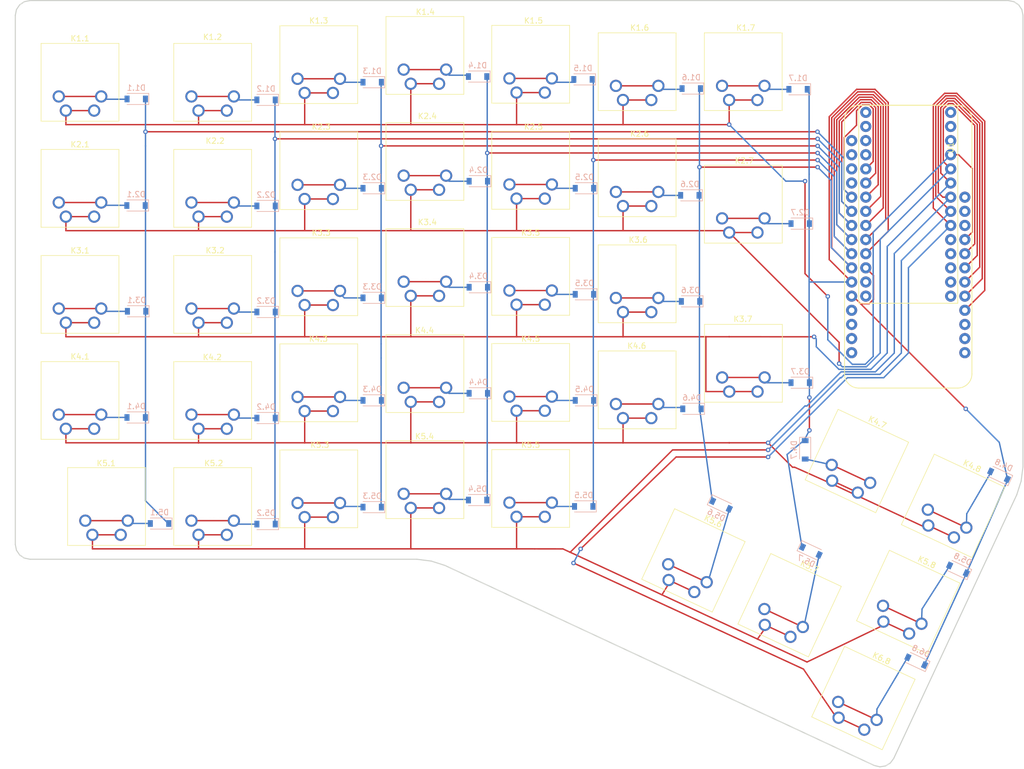
<source format=kicad_pcb>
(kicad_pcb (version 20171130) (host pcbnew 5.0.2+dfsg1-1)
  (title_block (date 2020-03-04))
  (layers (0 F.Cu signal) (31 B.Cu signal) (34 B.Paste user) (35 F.Paste user) (36 B.SilkS user) (37 F.SilkS user) (38 B.Mask user) (39 F.Mask user) (44 Edge.Cuts user))
  (net 0 "")
  (net 1 "Net-(K3.1-Pad1)")
  (net 2 "Net-(K2.1-Pad1)")
  (net 3 "Net-(K1.1-Pad1)")
  (net 4 "Net-(K4.1-Pad1)")
  (net 5 "Net-(K5.1-Pad1)")
  (net 6 "Net-(K6.8-Pad1)")
  (net 7 "Net-(D1.1-Pad1)")
  (net 8 "Net-(D1.1-Pad2)")
  (net 9 "Net-(D1.2-Pad2)")
  (net 10 "Net-(D1.3-Pad2)")
  (net 11 "Net-(D1.4-Pad2)")
  (net 12 "Net-(D1.5-Pad2)")
  (net 13 "Net-(D1.6-Pad2)")
  (net 14 "Net-(D1.7-Pad2)")
  (net 15 "Net-(D2.1-Pad2)")
  (net 16 "Net-(D2.2-Pad2)")
  (net 17 "Net-(D2.3-Pad2)")
  (net 18 "Net-(D2.4-Pad2)")
  (net 19 "Net-(D2.5-Pad2)")
  (net 20 "Net-(D2.6-Pad2)")
  (net 21 "Net-(D2.7-Pad2)")
  (net 22 "Net-(D3.1-Pad2)")
  (net 23 "Net-(D3.2-Pad2)")
  (net 24 "Net-(D3.3-Pad2)")
  (net 25 "Net-(D3.4-Pad2)")
  (net 26 "Net-(D3.5-Pad2)")
  (net 27 "Net-(D3.6-Pad2)")
  (net 28 "Net-(D3.7-Pad2)")
  (net 29 "Net-(D4.1-Pad2)")
  (net 30 "Net-(D4.2-Pad2)")
  (net 31 "Net-(D4.3-Pad2)")
  (net 32 "Net-(D4.4-Pad2)")
  (net 33 "Net-(D4.5-Pad2)")
  (net 34 "Net-(D4.6-Pad2)")
  (net 35 "Net-(D4.7-Pad2)")
  (net 36 "Net-(D5.1-Pad2)")
  (net 37 "Net-(D5.2-Pad2)")
  (net 38 "Net-(D5.3-Pad2)")
  (net 39 "Net-(D5.4-Pad2)")
  (net 40 "Net-(D5.5-Pad2)")
  (net 41 "Net-(D5.6-Pad2)")
  (net 42 "Net-(D5.7-Pad2)")
  (net 43 "Net-(D1.6-Pad1)")
  (net 44 "Net-(D1.5-Pad1)")
  (net 45 "Net-(D1.4-Pad1)")
  (net 46 "Net-(D1.7-Pad1)")
  (net 47 "Net-(D1.3-Pad1)")
  (net 48 "Net-(D1.2-Pad1)")
  (net 49 "Net-(D4.8-Pad2)")
  (net 50 "Net-(D4.8-Pad1)")
  (net 51 "Net-(D5.8-Pad2)")
  (net 52 "Net-(D6.8-Pad2)")
  (module MountingHole:MountingHole_3.2mm_M3 (layer F.Cu) (at 175.3489 27.6606)
    (fp_text reference REF** hide)
    (fp_text value MountingHole_3.2mm_M3)
    (pad 1 np_thru_hole circle (at 0 0) (size 3.2 3.2) (drill 3.2) (layers *.Cu *.Mask))
  )
  (module MountingHole:MountingHole_3.2mm_M3 (layer F.Cu) (at 175.3489 86.7918)
    (fp_text reference REF** hide)
    (fp_text value MountingHole_3.2mm_M3)
    (pad 1 np_thru_hole circle (at 0 0) (size 3.2 3.2) (drill 3.2) (layers *.Cu *.Mask))
  )
  (module MountingHole:MountingHole_3.2mm_M3 (layer F.Cu) (at 192.024 84.836)
    (fp_text reference REF** hide)
    (fp_text value MountingHole_3.2mm_M3)
    (pad 1 np_thru_hole circle (at 0 0) (size 3.2 3.2) (drill 3.2) (layers *.Cu *.Mask))
  )
  (module MountingHole:MountingHole_3.2mm_M3 (layer F.Cu) (at 151.384 137.668)
    (fp_text reference REF** hide)
    (fp_text value MountingHole_3.2mm_M3)
    (pad 1 np_thru_hole circle (at 0 0) (size 3.2 3.2) (drill 3.2) (layers *.Cu *.Mask))
  )
  (module MountingHole:MountingHole_3.2mm_M3 (layer F.Cu) (at 104.648 115.57)
    (fp_text reference REF** hide)
    (fp_text value MountingHole_3.2mm_M3)
    (pad 1 np_thru_hole circle (at 0 0) (size 3.2 3.2) (drill 3.2) (layers *.Cu *.Mask))
  )
  (module MountingHole:MountingHole_3.2mm_M3 (layer F.Cu) (at 18.415 109.855)
    (fp_text reference REF** hide)
    (fp_text value MountingHole_3.2mm_M3)
    (pad 1 np_thru_hole circle (at 0 0) (size 3.2 3.2) (drill 3.2) (layers *.Cu *.Mask))
  )
  (module MountingHole:MountingHole_3.2mm_M3 (layer F.Cu) (at 18.415 16.51)
    (fp_text reference REF** hide)
    (fp_text value MountingHole_3.2mm_M3)
    (pad 1 np_thru_hole circle (at 0 0) (size 3.2 3.2) (drill 3.2) (layers *.Cu *.Mask))
  )
  (module therefore:SW_Cherry_MX1A_2.00u_Vertical_PCB (layer F.Cu) (at 136.661191 113.457825 335)
    (fp_text reference K5.6 (at 0.242723 -7.871944 335) (layer F.SilkS))
    (fp_text value switch)
    (pad 1 thru_hole circle (at 2.54 5.08 155) (size 2.2 2.2) (drill 1.5) (layers *.Cu *.Mask) (net 5 "Net-(K5.1-Pad1)"))
    (pad 2 thru_hole circle (at -3.81 2.54 155) (size 2.2 2.2) (drill 1.5) (layers *.Cu *.Mask) (net 41 "Net-(D5.6-Pad2)"))
    (pad "" np_thru_hole circle (at -5.08 0 155) (size 1.7 1.7) (drill 1.7) (layers *.Cu *.Mask))
    (pad "" np_thru_hole circle (at 5.08 0 155) (size 1.7 1.7) (drill 1.7) (layers *.Cu *.Mask))
    (pad "" np_thru_hole circle (at 0 0 155) (size 4 4) (drill 4) (layers *.Cu *.Mask))
    (pad 2 thru_hole circle (at 3.81 2.54 155) (size 2.2 2.2) (drill 1.5) (layers *.Cu *.Mask) (net 41 "Net-(D5.6-Pad2)"))
    (pad 1 thru_hole circle (at -2.54 5.08 155) (size 2.2 2.2) (drill 1.5) (layers *.Cu *.Mask) (net 5 "Net-(K5.1-Pad1)"))
  )
  (module therefore:SW_Cherry_MX1A_2.00u_Vertical_PCB (layer F.Cu) (at 153.926354 121.508703 335)
    (fp_text reference K5.7 (at 0.281513 -7.804937 335) (layer F.SilkS))
    (fp_text value switch)
    (pad 1 thru_hole circle (at 2.54 5.08 155) (size 2.2 2.2) (drill 1.5) (layers *.Cu *.Mask) (net 5 "Net-(K5.1-Pad1)"))
    (pad 2 thru_hole circle (at -3.81 2.54 155) (size 2.2 2.2) (drill 1.5) (layers *.Cu *.Mask) (net 42 "Net-(D5.7-Pad2)"))
    (pad "" np_thru_hole circle (at -5.08 0 155) (size 1.7 1.7) (drill 1.7) (layers *.Cu *.Mask))
    (pad "" np_thru_hole circle (at 5.08 0 155) (size 1.7 1.7) (drill 1.7) (layers *.Cu *.Mask))
    (pad "" np_thru_hole circle (at 0 0 155) (size 4 4) (drill 4) (layers *.Cu *.Mask))
    (pad 2 thru_hole circle (at 3.81 2.54 155) (size 2.2 2.2) (drill 1.5) (layers *.Cu *.Mask) (net 42 "Net-(D5.7-Pad2)"))
    (pad 1 thru_hole circle (at -2.54 5.08 155) (size 2.2 2.2) (drill 1.5) (layers *.Cu *.Mask) (net 5 "Net-(K5.1-Pad1)"))
  )
  (module therefore:SW_Cherry_MX1A_1.50u_PCB (layer F.Cu) (at 145.6309 78.0542 270)
    (fp_text reference K3.7 (at -7.9502 0.0889) (layer F.SilkS))
    (fp_text value switch)
    (pad 1 thru_hole circle (at 5.08 -2.54 180) (size 2.2 2.2) (drill 1.5) (layers *.Cu *.Mask) (net 1 "Net-(K3.1-Pad1)"))
    (pad 2 thru_hole circle (at 2.54 3.81 180) (size 2.2 2.2) (drill 1.5) (layers *.Cu *.Mask) (net 28 "Net-(D3.7-Pad2)"))
    (pad "" np_thru_hole circle (at 0 5.08 180) (size 1.7 1.7) (drill 1.7) (layers *.Cu *.Mask))
    (pad "" np_thru_hole circle (at 0 -5.08 180) (size 1.7 1.7) (drill 1.7) (layers *.Cu *.Mask))
    (pad "" np_thru_hole circle (at 0 0 180) (size 4 4) (drill 4) (layers *.Cu *.Mask))
    (pad 2 thru_hole circle (at 2.54 -3.81 180) (size 2.2 2.2) (drill 1.5) (layers *.Cu *.Mask) (net 28 "Net-(D3.7-Pad2)"))
    (pad 1 thru_hole circle (at 5.08 2.54 180) (size 2.2 2.2) (drill 1.5) (layers *.Cu *.Mask) (net 1 "Net-(K3.1-Pad1)"))
  )
  (module therefore:SW_Cherry_MX1A_1.50u_PCB (layer F.Cu) (at 145.6182 49.4792 270)
    (fp_text reference K2.7 (at -7.8232 -0.1778) (layer F.SilkS))
    (fp_text value switch)
    (pad 1 thru_hole circle (at 5.08 -2.54 180) (size 2.2 2.2) (drill 1.5) (layers *.Cu *.Mask) (net 2 "Net-(K2.1-Pad1)"))
    (pad 2 thru_hole circle (at 2.54 3.81 180) (size 2.2 2.2) (drill 1.5) (layers *.Cu *.Mask) (net 21 "Net-(D2.7-Pad2)"))
    (pad "" np_thru_hole circle (at 0 5.08 180) (size 1.7 1.7) (drill 1.7) (layers *.Cu *.Mask))
    (pad "" np_thru_hole circle (at 0 -5.08 180) (size 1.7 1.7) (drill 1.7) (layers *.Cu *.Mask))
    (pad "" np_thru_hole circle (at 0 0 180) (size 4 4) (drill 4) (layers *.Cu *.Mask))
    (pad 2 thru_hole circle (at 2.54 -3.81 180) (size 2.2 2.2) (drill 1.5) (layers *.Cu *.Mask) (net 21 "Net-(D2.7-Pad2)"))
    (pad 1 thru_hole circle (at 5.08 2.54 180) (size 2.2 2.2) (drill 1.5) (layers *.Cu *.Mask) (net 2 "Net-(K2.1-Pad1)"))
  )
  (module therefore:SW_Cherry_MX1A_1.50u_PCB_ra (layer F.Cu) (at 26.5449 65.679)
    (fp_text reference K3.1 (at 0 -7.874) (layer F.SilkS))
    (fp_text value switch)
    (pad 1 thru_hole circle (at 2.54 5.08 180) (size 2.2 2.2) (drill 1.5) (layers *.Cu *.Mask) (net 1 "Net-(K3.1-Pad1)"))
    (pad 2 thru_hole circle (at -3.81 2.54 180) (size 2.2 2.2) (drill 1.5) (layers *.Cu *.Mask) (net 22 "Net-(D3.1-Pad2)"))
    (pad "" np_thru_hole circle (at -5.08 0 180) (size 1.7 1.7) (drill 1.7) (layers *.Cu *.Mask))
    (pad "" np_thru_hole circle (at 5.08 0 180) (size 1.7 1.7) (drill 1.7) (layers *.Cu *.Mask))
    (pad "" np_thru_hole circle (at 0 0 180) (size 4 4) (drill 4) (layers *.Cu *.Mask))
    (pad 2 thru_hole circle (at 3.81 2.54 180) (size 2.2 2.2) (drill 1.5) (layers *.Cu *.Mask) (net 22 "Net-(D3.1-Pad2)"))
    (pad 1 thru_hole circle (at -2.54 5.08 180) (size 2.2 2.2) (drill 1.5) (layers *.Cu *.Mask) (net 1 "Net-(K3.1-Pad1)"))
  )
  (module therefore:SW_Cherry_MX1A_1.50u_PCB_ra (layer F.Cu) (at 26.5449 84.729)
    (fp_text reference K4.1 (at 0 -7.874) (layer F.SilkS))
    (fp_text value switch)
    (pad 1 thru_hole circle (at 2.54 5.08 180) (size 2.2 2.2) (drill 1.5) (layers *.Cu *.Mask) (net 4 "Net-(K4.1-Pad1)"))
    (pad 2 thru_hole circle (at -3.81 2.54 180) (size 2.2 2.2) (drill 1.5) (layers *.Cu *.Mask) (net 29 "Net-(D4.1-Pad2)"))
    (pad "" np_thru_hole circle (at -5.08 0 180) (size 1.7 1.7) (drill 1.7) (layers *.Cu *.Mask))
    (pad "" np_thru_hole circle (at 5.08 0 180) (size 1.7 1.7) (drill 1.7) (layers *.Cu *.Mask))
    (pad "" np_thru_hole circle (at 0 0 180) (size 4 4) (drill 4) (layers *.Cu *.Mask))
    (pad 2 thru_hole circle (at 3.81 2.54 180) (size 2.2 2.2) (drill 1.5) (layers *.Cu *.Mask) (net 29 "Net-(D4.1-Pad2)"))
    (pad 1 thru_hole circle (at -2.54 5.08 180) (size 2.2 2.2) (drill 1.5) (layers *.Cu *.Mask) (net 4 "Net-(K4.1-Pad1)"))
  )
  (module therefore:SW_Cherry_MX1A_1.50u_PCB_ra (layer F.Cu) (at 26.5449 27.579)
    (fp_text reference K1.1 (at 0 -7.874) (layer F.SilkS))
    (fp_text value switch)
    (pad 1 thru_hole circle (at 2.54 5.08 180) (size 2.2 2.2) (drill 1.5) (layers *.Cu *.Mask) (net 3 "Net-(K1.1-Pad1)"))
    (pad 2 thru_hole circle (at -3.81 2.54 180) (size 2.2 2.2) (drill 1.5) (layers *.Cu *.Mask) (net 8 "Net-(D1.1-Pad2)"))
    (pad "" np_thru_hole circle (at -5.08 0 180) (size 1.7 1.7) (drill 1.7) (layers *.Cu *.Mask))
    (pad "" np_thru_hole circle (at 5.08 0 180) (size 1.7 1.7) (drill 1.7) (layers *.Cu *.Mask))
    (pad "" np_thru_hole circle (at 0 0 180) (size 4 4) (drill 4) (layers *.Cu *.Mask))
    (pad 2 thru_hole circle (at 3.81 2.54 180) (size 2.2 2.2) (drill 1.5) (layers *.Cu *.Mask) (net 8 "Net-(D1.1-Pad2)"))
    (pad 1 thru_hole circle (at -2.54 5.08 180) (size 2.2 2.2) (drill 1.5) (layers *.Cu *.Mask) (net 3 "Net-(K1.1-Pad1)"))
  )
  (module therefore:SW_Cherry_MX1A_1.50u_PCB_ra (layer F.Cu) (at 26.5449 46.629)
    (fp_text reference K2.1 (at 0 -7.874) (layer F.SilkS))
    (fp_text value switch)
    (pad 1 thru_hole circle (at 2.54 5.08 180) (size 2.2 2.2) (drill 1.5) (layers *.Cu *.Mask) (net 2 "Net-(K2.1-Pad1)"))
    (pad 2 thru_hole circle (at -3.81 2.54 180) (size 2.2 2.2) (drill 1.5) (layers *.Cu *.Mask) (net 15 "Net-(D2.1-Pad2)"))
    (pad "" np_thru_hole circle (at -5.08 0 180) (size 1.7 1.7) (drill 1.7) (layers *.Cu *.Mask))
    (pad "" np_thru_hole circle (at 5.08 0 180) (size 1.7 1.7) (drill 1.7) (layers *.Cu *.Mask))
    (pad "" np_thru_hole circle (at 0 0 180) (size 4 4) (drill 4) (layers *.Cu *.Mask))
    (pad 2 thru_hole circle (at 3.81 2.54 180) (size 2.2 2.2) (drill 1.5) (layers *.Cu *.Mask) (net 15 "Net-(D2.1-Pad2)"))
    (pad 1 thru_hole circle (at -2.54 5.08 180) (size 2.2 2.2) (drill 1.5) (layers *.Cu *.Mask) (net 2 "Net-(K2.1-Pad1)"))
  )
  (module therefore:SW_Cherry_MX1A_1.00u_PCB_ra (layer F.Cu) (at 166.0066 95.607043 335)
    (fp_text reference K4.7 (at 0.380117 -7.857912 335) (layer F.SilkS))
    (fp_text value switch)
    (pad 2 thru_hole circle (at -3.81 2.54 155) (size 2.2 2.2) (drill 1.5) (layers *.Cu *.Mask) (net 35 "Net-(D4.7-Pad2)"))
    (pad 1 thru_hole circle (at 2.54 5.08 155) (size 2.2 2.2) (drill 1.5) (layers *.Cu *.Mask) (net 4 "Net-(K4.1-Pad1)"))
    (pad 1 thru_hole circle (at -2.54 5.08 155) (size 2.2 2.2) (drill 1.5) (layers *.Cu *.Mask) (net 4 "Net-(K4.1-Pad1)"))
    (pad 2 thru_hole circle (at 3.81 2.54 155) (size 2.2 2.2) (drill 1.5) (layers *.Cu *.Mask) (net 35 "Net-(D4.7-Pad2)"))
    (pad "" np_thru_hole circle (at 0 0 155) (size 4 4) (drill 4) (layers *.Cu *.Mask))
    (pad "" np_thru_hole circle (at 5.08 0 155) (size 1.7 1.7) (drill 1.7) (layers *.Cu *.Mask))
    (pad "" np_thru_hole circle (at -5.08 0 155) (size 1.7 1.7) (drill 1.7) (layers *.Cu *.Mask))
  )
  (module therefore:SW_Cherry_MX1A_1.00u_PCB_ra (layer F.Cu) (at 31.3074 103.779)
    (fp_text reference K5.1 (at -0.0654 -7.767) (layer F.SilkS))
    (fp_text value switch)
    (pad 2 thru_hole circle (at -3.81 2.54 180) (size 2.2 2.2) (drill 1.5) (layers *.Cu *.Mask) (net 36 "Net-(D5.1-Pad2)"))
    (pad 1 thru_hole circle (at 2.54 5.08 180) (size 2.2 2.2) (drill 1.5) (layers *.Cu *.Mask) (net 5 "Net-(K5.1-Pad1)"))
    (pad 1 thru_hole circle (at -2.54 5.08 180) (size 2.2 2.2) (drill 1.5) (layers *.Cu *.Mask) (net 5 "Net-(K5.1-Pad1)"))
    (pad 2 thru_hole circle (at 3.81 2.54 180) (size 2.2 2.2) (drill 1.5) (layers *.Cu *.Mask) (net 36 "Net-(D5.1-Pad2)"))
    (pad "" np_thru_hole circle (at 0 0 180) (size 4 4) (drill 4) (layers *.Cu *.Mask))
    (pad "" np_thru_hole circle (at 5.08 0 180) (size 1.7 1.7) (drill 1.7) (layers *.Cu *.Mask))
    (pad "" np_thru_hole circle (at -5.08 0 180) (size 1.7 1.7) (drill 1.7) (layers *.Cu *.Mask))
  )
  (module therefore:SW_Cherry_MX1A_1.00u_PCB_ra (layer F.Cu) (at 50.3574 103.779)
    (fp_text reference K5.2 (at 0.1886 -7.767) (layer F.SilkS))
    (fp_text value switch)
    (pad 2 thru_hole circle (at -3.81 2.54 180) (size 2.2 2.2) (drill 1.5) (layers *.Cu *.Mask) (net 37 "Net-(D5.2-Pad2)"))
    (pad 1 thru_hole circle (at 2.54 5.08 180) (size 2.2 2.2) (drill 1.5) (layers *.Cu *.Mask) (net 5 "Net-(K5.1-Pad1)"))
    (pad 1 thru_hole circle (at -2.54 5.08 180) (size 2.2 2.2) (drill 1.5) (layers *.Cu *.Mask) (net 5 "Net-(K5.1-Pad1)"))
    (pad 2 thru_hole circle (at 3.81 2.54 180) (size 2.2 2.2) (drill 1.5) (layers *.Cu *.Mask) (net 37 "Net-(D5.2-Pad2)"))
    (pad "" np_thru_hole circle (at 0 0 180) (size 4 4) (drill 4) (layers *.Cu *.Mask))
    (pad "" np_thru_hole circle (at 5.08 0 180) (size 1.7 1.7) (drill 1.7) (layers *.Cu *.Mask))
    (pad "" np_thru_hole circle (at -5.08 0 180) (size 1.7 1.7) (drill 1.7) (layers *.Cu *.Mask))
  )
  (module therefore:SW_Cherry_MX1A_1.00u_PCB_ra (layer F.Cu) (at 50.3574 27.579)
    (fp_text reference K1.2 (at -0.0273 -8.1226) (layer F.SilkS))
    (fp_text value switch)
    (pad 2 thru_hole circle (at -3.81 2.54 180) (size 2.2 2.2) (drill 1.5) (layers *.Cu *.Mask) (net 9 "Net-(D1.2-Pad2)"))
    (pad 1 thru_hole circle (at 2.54 5.08 180) (size 2.2 2.2) (drill 1.5) (layers *.Cu *.Mask) (net 3 "Net-(K1.1-Pad1)"))
    (pad 1 thru_hole circle (at -2.54 5.08 180) (size 2.2 2.2) (drill 1.5) (layers *.Cu *.Mask) (net 3 "Net-(K1.1-Pad1)"))
    (pad 2 thru_hole circle (at 3.81 2.54 180) (size 2.2 2.2) (drill 1.5) (layers *.Cu *.Mask) (net 9 "Net-(D1.2-Pad2)"))
    (pad "" np_thru_hole circle (at 0 0 180) (size 4 4) (drill 4) (layers *.Cu *.Mask))
    (pad "" np_thru_hole circle (at 5.08 0 180) (size 1.7 1.7) (drill 1.7) (layers *.Cu *.Mask))
    (pad "" np_thru_hole circle (at -5.08 0 180) (size 1.7 1.7) (drill 1.7) (layers *.Cu *.Mask))
  )
  (module therefore:SW_Cherry_MX1A_1.00u_PCB_ra (layer F.Cu) (at 50.3574 65.679)
    (fp_text reference K3.2 (at 0.4426 -7.894) (layer F.SilkS))
    (fp_text value switch)
    (pad 2 thru_hole circle (at -3.81 2.54 180) (size 2.2 2.2) (drill 1.5) (layers *.Cu *.Mask) (net 23 "Net-(D3.2-Pad2)"))
    (pad 1 thru_hole circle (at 2.54 5.08 180) (size 2.2 2.2) (drill 1.5) (layers *.Cu *.Mask) (net 1 "Net-(K3.1-Pad1)"))
    (pad 1 thru_hole circle (at -2.54 5.08 180) (size 2.2 2.2) (drill 1.5) (layers *.Cu *.Mask) (net 1 "Net-(K3.1-Pad1)"))
    (pad 2 thru_hole circle (at 3.81 2.54 180) (size 2.2 2.2) (drill 1.5) (layers *.Cu *.Mask) (net 23 "Net-(D3.2-Pad2)"))
    (pad "" np_thru_hole circle (at 0 0 180) (size 4 4) (drill 4) (layers *.Cu *.Mask))
    (pad "" np_thru_hole circle (at 5.08 0 180) (size 1.7 1.7) (drill 1.7) (layers *.Cu *.Mask))
    (pad "" np_thru_hole circle (at -5.08 0 180) (size 1.7 1.7) (drill 1.7) (layers *.Cu *.Mask))
  )
  (module therefore:SW_Cherry_MX1A_1.00u_PCB_ra (layer F.Cu) (at 50.3574 84.729)
    (fp_text reference K4.2 (at -0.0654 -7.767) (layer F.SilkS))
    (fp_text value switch)
    (pad 2 thru_hole circle (at -3.81 2.54 180) (size 2.2 2.2) (drill 1.5) (layers *.Cu *.Mask) (net 30 "Net-(D4.2-Pad2)"))
    (pad 1 thru_hole circle (at 2.54 5.08 180) (size 2.2 2.2) (drill 1.5) (layers *.Cu *.Mask) (net 4 "Net-(K4.1-Pad1)"))
    (pad 1 thru_hole circle (at -2.54 5.08 180) (size 2.2 2.2) (drill 1.5) (layers *.Cu *.Mask) (net 4 "Net-(K4.1-Pad1)"))
    (pad 2 thru_hole circle (at 3.81 2.54 180) (size 2.2 2.2) (drill 1.5) (layers *.Cu *.Mask) (net 30 "Net-(D4.2-Pad2)"))
    (pad "" np_thru_hole circle (at 0 0 180) (size 4 4) (drill 4) (layers *.Cu *.Mask))
    (pad "" np_thru_hole circle (at 5.08 0 180) (size 1.7 1.7) (drill 1.7) (layers *.Cu *.Mask))
    (pad "" np_thru_hole circle (at -5.08 0 180) (size 1.7 1.7) (drill 1.7) (layers *.Cu *.Mask))
  )
  (module therefore:SW_Cherry_MX1A_1.00u_PCB_ra (layer F.Cu) (at 50.3574 46.629)
    (fp_text reference K2.2 (at 0.4426 -8.529) (layer F.SilkS))
    (fp_text value switch)
    (pad 2 thru_hole circle (at -3.81 2.54 180) (size 2.2 2.2) (drill 1.5) (layers *.Cu *.Mask) (net 16 "Net-(D2.2-Pad2)"))
    (pad 1 thru_hole circle (at 2.54 5.08 180) (size 2.2 2.2) (drill 1.5) (layers *.Cu *.Mask) (net 2 "Net-(K2.1-Pad1)"))
    (pad 1 thru_hole circle (at -2.54 5.08 180) (size 2.2 2.2) (drill 1.5) (layers *.Cu *.Mask) (net 2 "Net-(K2.1-Pad1)"))
    (pad 2 thru_hole circle (at 3.81 2.54 180) (size 2.2 2.2) (drill 1.5) (layers *.Cu *.Mask) (net 16 "Net-(D2.2-Pad2)"))
    (pad "" np_thru_hole circle (at 0 0 180) (size 4 4) (drill 4) (layers *.Cu *.Mask))
    (pad "" np_thru_hole circle (at 5.08 0 180) (size 1.7 1.7) (drill 1.7) (layers *.Cu *.Mask))
    (pad "" np_thru_hole circle (at -5.08 0 180) (size 1.7 1.7) (drill 1.7) (layers *.Cu *.Mask))
  )
  (module therefore:SW_Cherry_MX1A_1.00u_PCB_ra (layer F.Cu) (at 69.4074 62.504)
    (fp_text reference K3.3 (at 0.4426 -7.894) (layer F.SilkS))
    (fp_text value switch)
    (pad 2 thru_hole circle (at -3.81 2.54 180) (size 2.2 2.2) (drill 1.5) (layers *.Cu *.Mask) (net 24 "Net-(D3.3-Pad2)"))
    (pad 1 thru_hole circle (at 2.54 5.08 180) (size 2.2 2.2) (drill 1.5) (layers *.Cu *.Mask) (net 1 "Net-(K3.1-Pad1)"))
    (pad 1 thru_hole circle (at -2.54 5.08 180) (size 2.2 2.2) (drill 1.5) (layers *.Cu *.Mask) (net 1 "Net-(K3.1-Pad1)"))
    (pad 2 thru_hole circle (at 3.81 2.54 180) (size 2.2 2.2) (drill 1.5) (layers *.Cu *.Mask) (net 24 "Net-(D3.3-Pad2)"))
    (pad "" np_thru_hole circle (at 0 0 180) (size 4 4) (drill 4) (layers *.Cu *.Mask))
    (pad "" np_thru_hole circle (at 5.08 0 180) (size 1.7 1.7) (drill 1.7) (layers *.Cu *.Mask))
    (pad "" np_thru_hole circle (at -5.08 0 180) (size 1.7 1.7) (drill 1.7) (layers *.Cu *.Mask))
  )
  (module therefore:SW_Cherry_MX1A_1.00u_PCB_ra (layer F.Cu) (at 69.4074 81.554)
    (fp_text reference K4.3 (at -0.0654 -7.894) (layer F.SilkS))
    (fp_text value switch)
    (pad 2 thru_hole circle (at -3.81 2.54 180) (size 2.2 2.2) (drill 1.5) (layers *.Cu *.Mask) (net 31 "Net-(D4.3-Pad2)"))
    (pad 1 thru_hole circle (at 2.54 5.08 180) (size 2.2 2.2) (drill 1.5) (layers *.Cu *.Mask) (net 4 "Net-(K4.1-Pad1)"))
    (pad 1 thru_hole circle (at -2.54 5.08 180) (size 2.2 2.2) (drill 1.5) (layers *.Cu *.Mask) (net 4 "Net-(K4.1-Pad1)"))
    (pad 2 thru_hole circle (at 3.81 2.54 180) (size 2.2 2.2) (drill 1.5) (layers *.Cu *.Mask) (net 31 "Net-(D4.3-Pad2)"))
    (pad "" np_thru_hole circle (at 0 0 180) (size 4 4) (drill 4) (layers *.Cu *.Mask))
    (pad "" np_thru_hole circle (at 5.08 0 180) (size 1.7 1.7) (drill 1.7) (layers *.Cu *.Mask))
    (pad "" np_thru_hole circle (at -5.08 0 180) (size 1.7 1.7) (drill 1.7) (layers *.Cu *.Mask))
  )
  (module therefore:SW_Cherry_MX1A_1.00u_PCB_ra (layer F.Cu) (at 69.4074 43.454)
    (fp_text reference K2.3 (at 0.4426 -7.894) (layer F.SilkS))
    (fp_text value switch)
    (pad 2 thru_hole circle (at -3.81 2.54 180) (size 2.2 2.2) (drill 1.5) (layers *.Cu *.Mask) (net 17 "Net-(D2.3-Pad2)"))
    (pad 1 thru_hole circle (at 2.54 5.08 180) (size 2.2 2.2) (drill 1.5) (layers *.Cu *.Mask) (net 2 "Net-(K2.1-Pad1)"))
    (pad 1 thru_hole circle (at -2.54 5.08 180) (size 2.2 2.2) (drill 1.5) (layers *.Cu *.Mask) (net 2 "Net-(K2.1-Pad1)"))
    (pad 2 thru_hole circle (at 3.81 2.54 180) (size 2.2 2.2) (drill 1.5) (layers *.Cu *.Mask) (net 17 "Net-(D2.3-Pad2)"))
    (pad "" np_thru_hole circle (at 0 0 180) (size 4 4) (drill 4) (layers *.Cu *.Mask))
    (pad "" np_thru_hole circle (at 5.08 0 180) (size 1.7 1.7) (drill 1.7) (layers *.Cu *.Mask))
    (pad "" np_thru_hole circle (at -5.08 0 180) (size 1.7 1.7) (drill 1.7) (layers *.Cu *.Mask))
  )
  (module therefore:SW_Cherry_MX1A_1.00u_PCB_ra (layer F.Cu) (at 69.4074 24.404)
    (fp_text reference K1.3 (at -0.0146 -7.894) (layer F.SilkS))
    (fp_text value switch)
    (pad 2 thru_hole circle (at -3.81 2.54 180) (size 2.2 2.2) (drill 1.5) (layers *.Cu *.Mask) (net 10 "Net-(D1.3-Pad2)"))
    (pad 1 thru_hole circle (at 2.54 5.08 180) (size 2.2 2.2) (drill 1.5) (layers *.Cu *.Mask) (net 3 "Net-(K1.1-Pad1)"))
    (pad 1 thru_hole circle (at -2.54 5.08 180) (size 2.2 2.2) (drill 1.5) (layers *.Cu *.Mask) (net 3 "Net-(K1.1-Pad1)"))
    (pad 2 thru_hole circle (at 3.81 2.54 180) (size 2.2 2.2) (drill 1.5) (layers *.Cu *.Mask) (net 10 "Net-(D1.3-Pad2)"))
    (pad "" np_thru_hole circle (at 0 0 180) (size 4 4) (drill 4) (layers *.Cu *.Mask))
    (pad "" np_thru_hole circle (at 5.08 0 180) (size 1.7 1.7) (drill 1.7) (layers *.Cu *.Mask))
    (pad "" np_thru_hole circle (at -5.08 0 180) (size 1.7 1.7) (drill 1.7) (layers *.Cu *.Mask))
  )
  (module therefore:SW_Cherry_MX1A_1.00u_PCB_ra (layer F.Cu) (at 69.4074 100.604)
    (fp_text reference K5.3 (at 0.1886 -7.894) (layer F.SilkS))
    (fp_text value switch)
    (pad 2 thru_hole circle (at -3.81 2.54 180) (size 2.2 2.2) (drill 1.5) (layers *.Cu *.Mask) (net 38 "Net-(D5.3-Pad2)"))
    (pad 1 thru_hole circle (at 2.54 5.08 180) (size 2.2 2.2) (drill 1.5) (layers *.Cu *.Mask) (net 5 "Net-(K5.1-Pad1)"))
    (pad 1 thru_hole circle (at -2.54 5.08 180) (size 2.2 2.2) (drill 1.5) (layers *.Cu *.Mask) (net 5 "Net-(K5.1-Pad1)"))
    (pad 2 thru_hole circle (at 3.81 2.54 180) (size 2.2 2.2) (drill 1.5) (layers *.Cu *.Mask) (net 38 "Net-(D5.3-Pad2)"))
    (pad "" np_thru_hole circle (at 0 0 180) (size 4 4) (drill 4) (layers *.Cu *.Mask))
    (pad "" np_thru_hole circle (at 5.08 0 180) (size 1.7 1.7) (drill 1.7) (layers *.Cu *.Mask))
    (pad "" np_thru_hole circle (at -5.08 0 180) (size 1.7 1.7) (drill 1.7) (layers *.Cu *.Mask))
  )
  (module therefore:SW_Cherry_MX1A_1.00u_PCB_ra (layer F.Cu) (at 88.4574 22.753)
    (fp_text reference K1.4 (at 0.0743 -7.8178) (layer F.SilkS))
    (fp_text value switch)
    (pad 2 thru_hole circle (at -3.81 2.54 180) (size 2.2 2.2) (drill 1.5) (layers *.Cu *.Mask) (net 11 "Net-(D1.4-Pad2)"))
    (pad 1 thru_hole circle (at 2.54 5.08 180) (size 2.2 2.2) (drill 1.5) (layers *.Cu *.Mask) (net 3 "Net-(K1.1-Pad1)"))
    (pad 1 thru_hole circle (at -2.54 5.08 180) (size 2.2 2.2) (drill 1.5) (layers *.Cu *.Mask) (net 3 "Net-(K1.1-Pad1)"))
    (pad 2 thru_hole circle (at 3.81 2.54 180) (size 2.2 2.2) (drill 1.5) (layers *.Cu *.Mask) (net 11 "Net-(D1.4-Pad2)"))
    (pad "" np_thru_hole circle (at 0 0 180) (size 4 4) (drill 4) (layers *.Cu *.Mask))
    (pad "" np_thru_hole circle (at 5.08 0 180) (size 1.7 1.7) (drill 1.7) (layers *.Cu *.Mask))
    (pad "" np_thru_hole circle (at -5.08 0 180) (size 1.7 1.7) (drill 1.7) (layers *.Cu *.Mask))
  )
  (module therefore:SW_Cherry_MX1A_1.00u_PCB_ra (layer F.Cu) (at 88.4574 41.803)
    (fp_text reference K2.4 (at 0.4426 -8.148) (layer F.SilkS))
    (fp_text value switch)
    (pad 2 thru_hole circle (at -3.81 2.54 180) (size 2.2 2.2) (drill 1.5) (layers *.Cu *.Mask) (net 18 "Net-(D2.4-Pad2)"))
    (pad 1 thru_hole circle (at 2.54 5.08 180) (size 2.2 2.2) (drill 1.5) (layers *.Cu *.Mask) (net 2 "Net-(K2.1-Pad1)"))
    (pad 1 thru_hole circle (at -2.54 5.08 180) (size 2.2 2.2) (drill 1.5) (layers *.Cu *.Mask) (net 2 "Net-(K2.1-Pad1)"))
    (pad 2 thru_hole circle (at 3.81 2.54 180) (size 2.2 2.2) (drill 1.5) (layers *.Cu *.Mask) (net 18 "Net-(D2.4-Pad2)"))
    (pad "" np_thru_hole circle (at 0 0 180) (size 4 4) (drill 4) (layers *.Cu *.Mask))
    (pad "" np_thru_hole circle (at 5.08 0 180) (size 1.7 1.7) (drill 1.7) (layers *.Cu *.Mask))
    (pad "" np_thru_hole circle (at -5.08 0 180) (size 1.7 1.7) (drill 1.7) (layers *.Cu *.Mask))
  )
  (module therefore:SW_Cherry_MX1A_1.00u_PCB_ra (layer F.Cu) (at 88.4574 60.853)
    (fp_text reference K3.4 (at 0.4426 -8.148) (layer F.SilkS))
    (fp_text value switch)
    (pad 2 thru_hole circle (at -3.81 2.54 180) (size 2.2 2.2) (drill 1.5) (layers *.Cu *.Mask) (net 25 "Net-(D3.4-Pad2)"))
    (pad 1 thru_hole circle (at 2.54 5.08 180) (size 2.2 2.2) (drill 1.5) (layers *.Cu *.Mask) (net 1 "Net-(K3.1-Pad1)"))
    (pad 1 thru_hole circle (at -2.54 5.08 180) (size 2.2 2.2) (drill 1.5) (layers *.Cu *.Mask) (net 1 "Net-(K3.1-Pad1)"))
    (pad 2 thru_hole circle (at 3.81 2.54 180) (size 2.2 2.2) (drill 1.5) (layers *.Cu *.Mask) (net 25 "Net-(D3.4-Pad2)"))
    (pad "" np_thru_hole circle (at 0 0 180) (size 4 4) (drill 4) (layers *.Cu *.Mask))
    (pad "" np_thru_hole circle (at 5.08 0 180) (size 1.7 1.7) (drill 1.7) (layers *.Cu *.Mask))
    (pad "" np_thru_hole circle (at -5.08 0 180) (size 1.7 1.7) (drill 1.7) (layers *.Cu *.Mask))
  )
  (module therefore:SW_Cherry_MX1A_1.00u_PCB_ra (layer F.Cu) (at 88.4574 79.903)
    (fp_text reference K4.4 (at -0.0654 -7.767) (layer F.SilkS))
    (fp_text value switch)
    (pad 2 thru_hole circle (at -3.81 2.54 180) (size 2.2 2.2) (drill 1.5) (layers *.Cu *.Mask) (net 32 "Net-(D4.4-Pad2)"))
    (pad 1 thru_hole circle (at 2.54 5.08 180) (size 2.2 2.2) (drill 1.5) (layers *.Cu *.Mask) (net 4 "Net-(K4.1-Pad1)"))
    (pad 1 thru_hole circle (at -2.54 5.08 180) (size 2.2 2.2) (drill 1.5) (layers *.Cu *.Mask) (net 4 "Net-(K4.1-Pad1)"))
    (pad 2 thru_hole circle (at 3.81 2.54 180) (size 2.2 2.2) (drill 1.5) (layers *.Cu *.Mask) (net 32 "Net-(D4.4-Pad2)"))
    (pad "" np_thru_hole circle (at 0 0 180) (size 4 4) (drill 4) (layers *.Cu *.Mask))
    (pad "" np_thru_hole circle (at 5.08 0 180) (size 1.7 1.7) (drill 1.7) (layers *.Cu *.Mask))
    (pad "" np_thru_hole circle (at -5.08 0 180) (size 1.7 1.7) (drill 1.7) (layers *.Cu *.Mask))
  )
  (module therefore:SW_Cherry_MX1A_1.00u_PCB_ra (layer F.Cu) (at 88.4574 98.953)
    (fp_text reference K5.4 (at -0.0654 -7.767) (layer F.SilkS))
    (fp_text value switch)
    (pad 2 thru_hole circle (at -3.81 2.54 180) (size 2.2 2.2) (drill 1.5) (layers *.Cu *.Mask) (net 39 "Net-(D5.4-Pad2)"))
    (pad 1 thru_hole circle (at 2.54 5.08 180) (size 2.2 2.2) (drill 1.5) (layers *.Cu *.Mask) (net 5 "Net-(K5.1-Pad1)"))
    (pad 1 thru_hole circle (at -2.54 5.08 180) (size 2.2 2.2) (drill 1.5) (layers *.Cu *.Mask) (net 5 "Net-(K5.1-Pad1)"))
    (pad 2 thru_hole circle (at 3.81 2.54 180) (size 2.2 2.2) (drill 1.5) (layers *.Cu *.Mask) (net 39 "Net-(D5.4-Pad2)"))
    (pad "" np_thru_hole circle (at 0 0 180) (size 4 4) (drill 4) (layers *.Cu *.Mask))
    (pad "" np_thru_hole circle (at 5.08 0 180) (size 1.7 1.7) (drill 1.7) (layers *.Cu *.Mask))
    (pad "" np_thru_hole circle (at -5.08 0 180) (size 1.7 1.7) (drill 1.7) (layers *.Cu *.Mask))
  )
  (module therefore:SW_Cherry_MX1A_1.00u_PCB_ra (layer F.Cu) (at 107.4439 100.5405)
    (fp_text reference K5.5 (at -0.0019 -7.8305) (layer F.SilkS))
    (fp_text value switch)
    (pad 2 thru_hole circle (at -3.81 2.54 180) (size 2.2 2.2) (drill 1.5) (layers *.Cu *.Mask) (net 40 "Net-(D5.5-Pad2)"))
    (pad 1 thru_hole circle (at 2.54 5.08 180) (size 2.2 2.2) (drill 1.5) (layers *.Cu *.Mask) (net 5 "Net-(K5.1-Pad1)"))
    (pad 1 thru_hole circle (at -2.54 5.08 180) (size 2.2 2.2) (drill 1.5) (layers *.Cu *.Mask) (net 5 "Net-(K5.1-Pad1)"))
    (pad 2 thru_hole circle (at 3.81 2.54 180) (size 2.2 2.2) (drill 1.5) (layers *.Cu *.Mask) (net 40 "Net-(D5.5-Pad2)"))
    (pad "" np_thru_hole circle (at 0 0 180) (size 4 4) (drill 4) (layers *.Cu *.Mask))
    (pad "" np_thru_hole circle (at 5.08 0 180) (size 1.7 1.7) (drill 1.7) (layers *.Cu *.Mask))
    (pad "" np_thru_hole circle (at -5.08 0 180) (size 1.7 1.7) (drill 1.7) (layers *.Cu *.Mask))
  )
  (module therefore:SW_Cherry_MX1A_1.00u_PCB_ra (layer F.Cu) (at 107.4439 62.4405)
    (fp_text reference K3.5 (at -0.0019 -7.8305) (layer F.SilkS))
    (fp_text value switch)
    (pad 2 thru_hole circle (at -3.81 2.54 180) (size 2.2 2.2) (drill 1.5) (layers *.Cu *.Mask) (net 26 "Net-(D3.5-Pad2)"))
    (pad 1 thru_hole circle (at 2.54 5.08 180) (size 2.2 2.2) (drill 1.5) (layers *.Cu *.Mask) (net 1 "Net-(K3.1-Pad1)"))
    (pad 1 thru_hole circle (at -2.54 5.08 180) (size 2.2 2.2) (drill 1.5) (layers *.Cu *.Mask) (net 1 "Net-(K3.1-Pad1)"))
    (pad 2 thru_hole circle (at 3.81 2.54 180) (size 2.2 2.2) (drill 1.5) (layers *.Cu *.Mask) (net 26 "Net-(D3.5-Pad2)"))
    (pad "" np_thru_hole circle (at 0 0 180) (size 4 4) (drill 4) (layers *.Cu *.Mask))
    (pad "" np_thru_hole circle (at 5.08 0 180) (size 1.7 1.7) (drill 1.7) (layers *.Cu *.Mask))
    (pad "" np_thru_hole circle (at -5.08 0 180) (size 1.7 1.7) (drill 1.7) (layers *.Cu *.Mask))
  )
  (module therefore:SW_Cherry_MX1A_1.00u_PCB_ra (layer F.Cu) (at 107.4439 81.4905)
    (fp_text reference K4.5 (at -0.0019 -7.8305) (layer F.SilkS))
    (fp_text value switch)
    (pad 2 thru_hole circle (at -3.81 2.54 180) (size 2.2 2.2) (drill 1.5) (layers *.Cu *.Mask) (net 33 "Net-(D4.5-Pad2)"))
    (pad 1 thru_hole circle (at 2.54 5.08 180) (size 2.2 2.2) (drill 1.5) (layers *.Cu *.Mask) (net 4 "Net-(K4.1-Pad1)"))
    (pad 1 thru_hole circle (at -2.54 5.08 180) (size 2.2 2.2) (drill 1.5) (layers *.Cu *.Mask) (net 4 "Net-(K4.1-Pad1)"))
    (pad 2 thru_hole circle (at 3.81 2.54 180) (size 2.2 2.2) (drill 1.5) (layers *.Cu *.Mask) (net 33 "Net-(D4.5-Pad2)"))
    (pad "" np_thru_hole circle (at 0 0 180) (size 4 4) (drill 4) (layers *.Cu *.Mask))
    (pad "" np_thru_hole circle (at 5.08 0 180) (size 1.7 1.7) (drill 1.7) (layers *.Cu *.Mask))
    (pad "" np_thru_hole circle (at -5.08 0 180) (size 1.7 1.7) (drill 1.7) (layers *.Cu *.Mask))
  )
  (module therefore:SW_Cherry_MX1A_1.00u_PCB_ra (layer F.Cu) (at 107.4439 24.3405)
    (fp_text reference K1.5 (at 0.5061 -7.8305) (layer F.SilkS))
    (fp_text value switch)
    (pad 2 thru_hole circle (at -3.81 2.54 180) (size 2.2 2.2) (drill 1.5) (layers *.Cu *.Mask) (net 12 "Net-(D1.5-Pad2)"))
    (pad 1 thru_hole circle (at 2.54 5.08 180) (size 2.2 2.2) (drill 1.5) (layers *.Cu *.Mask) (net 3 "Net-(K1.1-Pad1)"))
    (pad 1 thru_hole circle (at -2.54 5.08 180) (size 2.2 2.2) (drill 1.5) (layers *.Cu *.Mask) (net 3 "Net-(K1.1-Pad1)"))
    (pad 2 thru_hole circle (at 3.81 2.54 180) (size 2.2 2.2) (drill 1.5) (layers *.Cu *.Mask) (net 12 "Net-(D1.5-Pad2)"))
    (pad "" np_thru_hole circle (at 0 0 180) (size 4 4) (drill 4) (layers *.Cu *.Mask))
    (pad "" np_thru_hole circle (at 5.08 0 180) (size 1.7 1.7) (drill 1.7) (layers *.Cu *.Mask))
    (pad "" np_thru_hole circle (at -5.08 0 180) (size 1.7 1.7) (drill 1.7) (layers *.Cu *.Mask))
  )
  (module therefore:SW_Cherry_MX1A_1.00u_PCB_ra (layer F.Cu) (at 107.4439 43.3905)
    (fp_text reference K2.5 (at 0.5061 -7.8305) (layer F.SilkS))
    (fp_text value switch)
    (pad 2 thru_hole circle (at -3.81 2.54 180) (size 2.2 2.2) (drill 1.5) (layers *.Cu *.Mask) (net 19 "Net-(D2.5-Pad2)"))
    (pad 1 thru_hole circle (at 2.54 5.08 180) (size 2.2 2.2) (drill 1.5) (layers *.Cu *.Mask) (net 2 "Net-(K2.1-Pad1)"))
    (pad 1 thru_hole circle (at -2.54 5.08 180) (size 2.2 2.2) (drill 1.5) (layers *.Cu *.Mask) (net 2 "Net-(K2.1-Pad1)"))
    (pad 2 thru_hole circle (at 3.81 2.54 180) (size 2.2 2.2) (drill 1.5) (layers *.Cu *.Mask) (net 19 "Net-(D2.5-Pad2)"))
    (pad "" np_thru_hole circle (at 0 0 180) (size 4 4) (drill 4) (layers *.Cu *.Mask))
    (pad "" np_thru_hole circle (at 5.08 0 180) (size 1.7 1.7) (drill 1.7) (layers *.Cu *.Mask))
    (pad "" np_thru_hole circle (at -5.08 0 180) (size 1.7 1.7) (drill 1.7) (layers *.Cu *.Mask))
  )
  (module therefore:SW_Cherry_MX1A_1.00u_PCB_ra (layer F.Cu) (at 126.5574 44.724)
    (fp_text reference K2.6 (at 0.4426 -7.894) (layer F.SilkS))
    (fp_text value switch)
    (pad 2 thru_hole circle (at -3.81 2.54 180) (size 2.2 2.2) (drill 1.5) (layers *.Cu *.Mask) (net 20 "Net-(D2.6-Pad2)"))
    (pad 1 thru_hole circle (at 2.54 5.08 180) (size 2.2 2.2) (drill 1.5) (layers *.Cu *.Mask) (net 2 "Net-(K2.1-Pad1)"))
    (pad 1 thru_hole circle (at -2.54 5.08 180) (size 2.2 2.2) (drill 1.5) (layers *.Cu *.Mask) (net 2 "Net-(K2.1-Pad1)"))
    (pad 2 thru_hole circle (at 3.81 2.54 180) (size 2.2 2.2) (drill 1.5) (layers *.Cu *.Mask) (net 20 "Net-(D2.6-Pad2)"))
    (pad "" np_thru_hole circle (at 0 0 180) (size 4 4) (drill 4) (layers *.Cu *.Mask))
    (pad "" np_thru_hole circle (at 5.08 0 180) (size 1.7 1.7) (drill 1.7) (layers *.Cu *.Mask))
    (pad "" np_thru_hole circle (at -5.08 0 180) (size 1.7 1.7) (drill 1.7) (layers *.Cu *.Mask))
  )
  (module therefore:SW_Cherry_MX1A_1.00u_PCB_ra (layer F.Cu) (at 126.5574 82.824)
    (fp_text reference K4.6 (at -0.0654 -7.894) (layer F.SilkS))
    (fp_text value switch)
    (pad 2 thru_hole circle (at -3.81 2.54 180) (size 2.2 2.2) (drill 1.5) (layers *.Cu *.Mask) (net 34 "Net-(D4.6-Pad2)"))
    (pad 1 thru_hole circle (at 2.54 5.08 180) (size 2.2 2.2) (drill 1.5) (layers *.Cu *.Mask) (net 4 "Net-(K4.1-Pad1)"))
    (pad 1 thru_hole circle (at -2.54 5.08 180) (size 2.2 2.2) (drill 1.5) (layers *.Cu *.Mask) (net 4 "Net-(K4.1-Pad1)"))
    (pad 2 thru_hole circle (at 3.81 2.54 180) (size 2.2 2.2) (drill 1.5) (layers *.Cu *.Mask) (net 34 "Net-(D4.6-Pad2)"))
    (pad "" np_thru_hole circle (at 0 0 180) (size 4 4) (drill 4) (layers *.Cu *.Mask))
    (pad "" np_thru_hole circle (at 5.08 0 180) (size 1.7 1.7) (drill 1.7) (layers *.Cu *.Mask))
    (pad "" np_thru_hole circle (at -5.08 0 180) (size 1.7 1.7) (drill 1.7) (layers *.Cu *.Mask))
  )
  (module therefore:SW_Cherry_MX1A_1.00u_PCB_ra (layer F.Cu) (at 126.5574 25.674)
    (fp_text reference K1.6 (at 0.4426 -7.894) (layer F.SilkS))
    (fp_text value switch)
    (pad 2 thru_hole circle (at -3.81 2.54 180) (size 2.2 2.2) (drill 1.5) (layers *.Cu *.Mask) (net 13 "Net-(D1.6-Pad2)"))
    (pad 1 thru_hole circle (at 2.54 5.08 180) (size 2.2 2.2) (drill 1.5) (layers *.Cu *.Mask) (net 3 "Net-(K1.1-Pad1)"))
    (pad 1 thru_hole circle (at -2.54 5.08 180) (size 2.2 2.2) (drill 1.5) (layers *.Cu *.Mask) (net 3 "Net-(K1.1-Pad1)"))
    (pad 2 thru_hole circle (at 3.81 2.54 180) (size 2.2 2.2) (drill 1.5) (layers *.Cu *.Mask) (net 13 "Net-(D1.6-Pad2)"))
    (pad "" np_thru_hole circle (at 0 0 180) (size 4 4) (drill 4) (layers *.Cu *.Mask))
    (pad "" np_thru_hole circle (at 5.08 0 180) (size 1.7 1.7) (drill 1.7) (layers *.Cu *.Mask))
    (pad "" np_thru_hole circle (at -5.08 0 180) (size 1.7 1.7) (drill 1.7) (layers *.Cu *.Mask))
  )
  (module therefore:SW_Cherry_MX1A_1.00u_PCB_ra (layer F.Cu) (at 126.5574 63.774)
    (fp_text reference K3.6 (at 0.1886 -7.894) (layer F.SilkS))
    (fp_text value switch)
    (pad 2 thru_hole circle (at -3.81 2.54 180) (size 2.2 2.2) (drill 1.5) (layers *.Cu *.Mask) (net 27 "Net-(D3.6-Pad2)"))
    (pad 1 thru_hole circle (at 2.54 5.08 180) (size 2.2 2.2) (drill 1.5) (layers *.Cu *.Mask) (net 1 "Net-(K3.1-Pad1)"))
    (pad 1 thru_hole circle (at -2.54 5.08 180) (size 2.2 2.2) (drill 1.5) (layers *.Cu *.Mask) (net 1 "Net-(K3.1-Pad1)"))
    (pad 2 thru_hole circle (at 3.81 2.54 180) (size 2.2 2.2) (drill 1.5) (layers *.Cu *.Mask) (net 27 "Net-(D3.6-Pad2)"))
    (pad "" np_thru_hole circle (at 0 0 180) (size 4 4) (drill 4) (layers *.Cu *.Mask))
    (pad "" np_thru_hole circle (at 5.08 0 180) (size 1.7 1.7) (drill 1.7) (layers *.Cu *.Mask))
    (pad "" np_thru_hole circle (at -5.08 0 180) (size 1.7 1.7) (drill 1.7) (layers *.Cu *.Mask))
  )
  (module therefore:SW_Cherry_MX1A_1.00u_PCB_ra (layer F.Cu) (at 145.6074 25.674)
    (fp_text reference K1.7 (at 0.4426 -7.894) (layer F.SilkS))
    (fp_text value switch)
    (pad 2 thru_hole circle (at -3.81 2.54 180) (size 2.2 2.2) (drill 1.5) (layers *.Cu *.Mask) (net 14 "Net-(D1.7-Pad2)"))
    (pad 1 thru_hole circle (at 2.54 5.08 180) (size 2.2 2.2) (drill 1.5) (layers *.Cu *.Mask) (net 3 "Net-(K1.1-Pad1)"))
    (pad 1 thru_hole circle (at -2.54 5.08 180) (size 2.2 2.2) (drill 1.5) (layers *.Cu *.Mask) (net 3 "Net-(K1.1-Pad1)"))
    (pad 2 thru_hole circle (at 3.81 2.54 180) (size 2.2 2.2) (drill 1.5) (layers *.Cu *.Mask) (net 14 "Net-(D1.7-Pad2)"))
    (pad "" np_thru_hole circle (at 0 0 180) (size 4 4) (drill 4) (layers *.Cu *.Mask))
    (pad "" np_thru_hole circle (at 5.08 0 180) (size 1.7 1.7) (drill 1.7) (layers *.Cu *.Mask))
    (pad "" np_thru_hole circle (at -5.08 0 180) (size 1.7 1.7) (drill 1.7) (layers *.Cu *.Mask))
  )
  (module therefore:SW_Cherry_MX1A_1.00u_PCB_ra (layer F.Cu) (at 175.220886 120.923085 335)
    (fp_text reference K5.8 (at 0.014351 -7.874974 335) (layer F.SilkS))
    (fp_text value switch)
    (pad 2 thru_hole circle (at -3.81 2.54 155) (size 2.2 2.2) (drill 1.5) (layers *.Cu *.Mask) (net 51 "Net-(D5.8-Pad2)"))
    (pad 1 thru_hole circle (at 2.54 5.08 155) (size 2.2 2.2) (drill 1.5) (layers *.Cu *.Mask) (net 5 "Net-(K5.1-Pad1)"))
    (pad 1 thru_hole circle (at -2.54 5.08 155) (size 2.2 2.2) (drill 1.5) (layers *.Cu *.Mask) (net 5 "Net-(K5.1-Pad1)"))
    (pad 2 thru_hole circle (at 3.81 2.54 155) (size 2.2 2.2) (drill 1.5) (layers *.Cu *.Mask) (net 51 "Net-(D5.8-Pad2)"))
    (pad "" np_thru_hole circle (at 0 0 155) (size 4 4) (drill 4) (layers *.Cu *.Mask))
    (pad "" np_thru_hole circle (at 5.08 0 155) (size 1.7 1.7) (drill 1.7) (layers *.Cu *.Mask))
    (pad "" np_thru_hole circle (at -5.08 0 155) (size 1.7 1.7) (drill 1.7) (layers *.Cu *.Mask))
  )
  (module therefore:SW_Cherry_MX1A_1.00u_PCB_ra (layer F.Cu) (at 167.170008 138.188248 335)
    (fp_text reference K6.8 (at -0.052656 -7.836184 335) (layer F.SilkS))
    (fp_text value switch)
    (pad 2 thru_hole circle (at -3.81 2.54 155) (size 2.2 2.2) (drill 1.5) (layers *.Cu *.Mask) (net 52 "Net-(D6.8-Pad2)"))
    (pad 1 thru_hole circle (at 2.54 5.08 155) (size 2.2 2.2) (drill 1.5) (layers *.Cu *.Mask) (net 6 "Net-(K6.8-Pad1)"))
    (pad 1 thru_hole circle (at -2.54 5.08 155) (size 2.2 2.2) (drill 1.5) (layers *.Cu *.Mask) (net 6 "Net-(K6.8-Pad1)"))
    (pad 2 thru_hole circle (at 3.81 2.54 155) (size 2.2 2.2) (drill 1.5) (layers *.Cu *.Mask) (net 52 "Net-(D6.8-Pad2)"))
    (pad "" np_thru_hole circle (at 0 0 155) (size 4 4) (drill 4) (layers *.Cu *.Mask))
    (pad "" np_thru_hole circle (at 5.08 0 155) (size 1.7 1.7) (drill 1.7) (layers *.Cu *.Mask))
    (pad "" np_thru_hole circle (at -5.08 0 155) (size 1.7 1.7) (drill 1.7) (layers *.Cu *.Mask))
  )
  (module therefore:SW_Cherry_MX1A_1.00u_PCB_ra (layer F.Cu) (at 183.271764 103.657921 335)
    (fp_text reference K4.8 (at 0.081358 -7.913762 335) (layer F.SilkS))
    (fp_text value switch)
    (pad 2 thru_hole circle (at -3.81 2.54 155) (size 2.2 2.2) (drill 1.5) (layers *.Cu *.Mask) (net 49 "Net-(D4.8-Pad2)"))
    (pad 1 thru_hole circle (at 2.54 5.08 155) (size 2.2 2.2) (drill 1.5) (layers *.Cu *.Mask) (net 4 "Net-(K4.1-Pad1)"))
    (pad 1 thru_hole circle (at -2.54 5.08 155) (size 2.2 2.2) (drill 1.5) (layers *.Cu *.Mask) (net 4 "Net-(K4.1-Pad1)"))
    (pad 2 thru_hole circle (at 3.81 2.54 155) (size 2.2 2.2) (drill 1.5) (layers *.Cu *.Mask) (net 49 "Net-(D4.8-Pad2)"))
    (pad "" np_thru_hole circle (at 0 0 155) (size 4 4) (drill 4) (layers *.Cu *.Mask))
    (pad "" np_thru_hole circle (at 5.08 0 155) (size 1.7 1.7) (drill 1.7) (layers *.Cu *.Mask))
    (pad "" np_thru_hole circle (at -5.08 0 155) (size 1.7 1.7) (drill 1.7) (layers *.Cu *.Mask))
  )
  (module therefore:mcu (layer F.Cu) (at 163.7919 31.6992 270)
    (fp_text reference U1 (at 7.62 -19.05 270) (layer F.SilkS))
    (fp_text value MCU)
    (pad RST thru_hole circle (at 6.35 -1.27 270) (size 2 2) (drill 1) (layers *.Cu *.Mask))
    (pad 3V thru_hole circle (at 8.89 -1.27 270) (size 2 2) (drill 1) (layers *.Cu *.Mask))
    (pad AREF thru_hole circle (at 11.43 -1.27 270) (size 2 2) (drill 1) (layers *.Cu *.Mask))
    (pad G thru_hole circle (at 13.97 -1.27 270) (size 2 2) (drill 1) (layers *.Cu *.Mask))
    (pad A0 thru_hole circle (at 16.51 -1.27 270) (size 2 2) (drill 1) (layers *.Cu *.Mask) (net 7 "Net-(D1.1-Pad1)"))
    (pad A1 thru_hole circle (at 19.05 -1.27 270) (size 2 2) (drill 1) (layers *.Cu *.Mask) (net 48 "Net-(D1.2-Pad1)"))
    (pad A2 thru_hole circle (at 21.59 -1.27 270) (size 2 2) (drill 1) (layers *.Cu *.Mask) (net 47 "Net-(D1.3-Pad1)"))
    (pad A3 thru_hole circle (at 24.13 -1.27 270) (size 2 2) (drill 1) (layers *.Cu *.Mask) (net 45 "Net-(D1.4-Pad1)"))
    (pad A4 thru_hole circle (at 26.67 -1.27 270) (size 2 2) (drill 1) (layers *.Cu *.Mask) (net 44 "Net-(D1.5-Pad1)"))
    (pad A5 thru_hole circle (at 29.21 -1.27 270) (size 2 2) (drill 1) (layers *.Cu *.Mask) (net 43 "Net-(D1.6-Pad1)"))
    (pad SCK thru_hole circle (at 31.75 -1.27 270) (size 2 2) (drill 1) (layers *.Cu *.Mask) (net 46 "Net-(D1.7-Pad1)"))
    (pad MO thru_hole circle (at 34.29 -1.27 270) (size 2 2) (drill 1) (layers *.Cu *.Mask) (net 50 "Net-(D4.8-Pad1)"))
    (pad MI thru_hole circle (at 36.83 -1.27 270) (size 2 2) (drill 1) (layers *.Cu *.Mask))
    (pad RX thru_hole circle (at 39.37 -1.27 270) (size 2 2) (drill 1) (layers *.Cu *.Mask))
    (pad TX thru_hole circle (at 41.91 -1.27 270) (size 2 2) (drill 1) (layers *.Cu *.Mask))
    (pad D1.2 thru_hole circle (at 44.45 -1.27 270) (size 2 2) (drill 1) (layers *.Cu *.Mask))
    (pad BAT thru_hole circle (at 16.51 -21.59 270) (size 2 2) (drill 1) (layers *.Cu *.Mask))
    (pad EN thru_hole circle (at 19.05 -21.59 270) (size 2 2) (drill 1) (layers *.Cu *.Mask))
    (pad USB thru_hole circle (at 21.59 -21.59 270) (size 2 2) (drill 1) (layers *.Cu *.Mask))
    (pad 13 thru_hole circle (at 24.13 -21.59 270) (size 2 2) (drill 1) (layers *.Cu *.Mask) (net 3 "Net-(K1.1-Pad1)"))
    (pad 12 thru_hole circle (at 26.67 -21.59 270) (size 2 2) (drill 1) (layers *.Cu *.Mask) (net 2 "Net-(K2.1-Pad1)"))
    (pad 11 thru_hole circle (at 29.21 -21.59 270) (size 2 2) (drill 1) (layers *.Cu *.Mask) (net 1 "Net-(K3.1-Pad1)"))
    (pad 10 thru_hole circle (at 31.75 -21.59 270) (size 2 2) (drill 1) (layers *.Cu *.Mask) (net 4 "Net-(K4.1-Pad1)"))
    (pad 9 thru_hole circle (at 34.29 -21.59 270) (size 2 2) (drill 1) (layers *.Cu *.Mask) (net 5 "Net-(K5.1-Pad1)"))
    (pad 7,6 thru_hole circle (at 36.83 -21.59 270) (size 2 2) (drill 1) (layers *.Cu *.Mask) (net 6 "Net-(K6.8-Pad1)"))
    (pad 5 thru_hole circle (at 39.37 -21.59 270) (size 2 2) (drill 1) (layers *.Cu *.Mask))
    (pad SCL thru_hole circle (at 41.91 -21.59 270) (size 2 2) (drill 1) (layers *.Cu *.Mask))
    (pad SDA thru_hole circle (at 44.45 -21.59 270) (size 2 2) (drill 1) (layers *.Cu *.Mask))
    (pad BAT thru_hole circle (at 1.27 -19.05 270) (size 2 2) (drill 1) (layers *.Cu *.Mask))
    (pad G thru_hole circle (at 3.81 -19.05 270) (size 2 2) (drill 1) (layers *.Cu *.Mask))
    (pad USB thru_hole circle (at 6.35 -19.05 270) (size 2 2) (drill 1) (layers *.Cu *.Mask))
    (pad 13 thru_hole circle (at 8.89 -19.05 270) (size 2 2) (drill 1) (layers *.Cu *.Mask) (net 3 "Net-(K1.1-Pad1)"))
    (pad 12 thru_hole circle (at 11.43 -19.05 270) (size 2 2) (drill 1) (layers *.Cu *.Mask) (net 2 "Net-(K2.1-Pad1)"))
    (pad 11 thru_hole circle (at 13.97 -19.05 270) (size 2 2) (drill 1) (layers *.Cu *.Mask) (net 1 "Net-(K3.1-Pad1)"))
    (pad 10 thru_hole circle (at 16.51 -19.05 270) (size 2 2) (drill 1) (layers *.Cu *.Mask) (net 4 "Net-(K4.1-Pad1)"))
    (pad 9 thru_hole circle (at 19.05 -19.05 270) (size 2 2) (drill 1) (layers *.Cu *.Mask) (net 5 "Net-(K5.1-Pad1)"))
    (pad 7,6 thru_hole circle (at 21.59 -19.05 270) (size 2 2) (drill 1) (layers *.Cu *.Mask) (net 6 "Net-(K6.8-Pad1)"))
    (pad 5! thru_hole circle (at 24.13 -19.05 270) (size 2 2) (drill 1) (layers *.Cu *.Mask))
    (pad SCL thru_hole circle (at 26.67 -19.05 270) (size 2 2) (drill 1) (layers *.Cu *.Mask))
    (pad SDA thru_hole circle (at 29.21 -19.05 270) (size 2 2) (drill 1) (layers *.Cu *.Mask))
    (pad TX thru_hole circle (at 31.75 -19.05 270) (size 2 2) (drill 1) (layers *.Cu *.Mask))
    (pad RX thru_hole circle (at 34.29 -19.05 270) (size 2 2) (drill 1) (layers *.Cu *.Mask))
    (pad RST thru_hole circle (at 1.27 -3.81 270) (size 2 2) (drill 1) (layers *.Cu *.Mask))
    (pad 3V thru_hole circle (at 3.81 -3.81 270) (size 2 2) (drill 1) (layers *.Cu *.Mask))
    (pad EN thru_hole circle (at 6.35 -3.81 270) (size 2 2) (drill 1) (layers *.Cu *.Mask))
    (pad VHI thru_hole circle (at 8.89 -3.81 270) (size 2 2) (drill 1) (layers *.Cu *.Mask))
    (pad A0 thru_hole circle (at 11.43 -3.81 270) (size 2 2) (drill 1) (layers *.Cu *.Mask) (net 7 "Net-(D1.1-Pad1)"))
    (pad A1 thru_hole circle (at 13.97 -3.81 270) (size 2 2) (drill 1) (layers *.Cu *.Mask) (net 48 "Net-(D1.2-Pad1)"))
    (pad A2 thru_hole circle (at 16.51 -3.81 270) (size 2 2) (drill 1) (layers *.Cu *.Mask) (net 47 "Net-(D1.3-Pad1)"))
    (pad A3 thru_hole circle (at 19.05 -3.81 270) (size 2 2) (drill 1) (layers *.Cu *.Mask) (net 45 "Net-(D1.4-Pad1)"))
    (pad A4 thru_hole circle (at 21.59 -3.81 270) (size 2 2) (drill 1) (layers *.Cu *.Mask) (net 44 "Net-(D1.5-Pad1)"))
    (pad A5 thru_hole circle (at 24.13 -3.81 270) (size 2 2) (drill 1) (layers *.Cu *.Mask) (net 43 "Net-(D1.6-Pad1)"))
    (pad SCK thru_hole circle (at 26.67 -3.81 270) (size 2 2) (drill 1) (layers *.Cu *.Mask) (net 46 "Net-(D1.7-Pad1)"))
    (pad MO thru_hole circle (at 29.21 -3.81 270) (size 2 2) (drill 1) (layers *.Cu *.Mask) (net 50 "Net-(D4.8-Pad1)"))
    (pad MI thru_hole circle (at 31.75 -3.81 270) (size 2 2) (drill 1) (layers *.Cu *.Mask))
    (pad D1.2 thru_hole circle (at 34.29 -3.81 270) (size 2 2) (drill 1) (layers *.Cu *.Mask))
  )
  (module Diode_SMD:D_SOD-123 (layer B.Cu) (at 36.6395 30.5689 180)
    (fp_text reference D1.1 (at 0 2 180) (layer B.SilkS) (effects (justify mirror)))
    (fp_text value D)
    (pad 1 smd rect (at -1.65 0 180) (size 0.9 1.2) (layers B.Cu B.Paste B.Mask) (net 7 "Net-(D1.1-Pad1)"))
    (pad 2 smd rect (at 1.65 0 180) (size 0.9 1.2) (layers B.Cu B.Paste B.Mask) (net 8 "Net-(D1.1-Pad2)"))
  )
  (module Diode_SMD:D_SOD-123 (layer B.Cu) (at 59.944 30.734 180)
    (fp_text reference D1.2 (at 0 2 180) (layer B.SilkS) (effects (justify mirror)))
    (fp_text value D)
    (pad 1 smd rect (at -1.65 0 180) (size 0.9 1.2) (layers B.Cu B.Paste B.Mask) (net 48 "Net-(D1.2-Pad1)"))
    (pad 2 smd rect (at 1.65 0 180) (size 0.9 1.2) (layers B.Cu B.Paste B.Mask) (net 9 "Net-(D1.2-Pad2)"))
  )
  (module Diode_SMD:D_SOD-123 (layer B.Cu) (at 78.994 27.559 180)
    (fp_text reference D1.3 (at 0 2 180) (layer B.SilkS) (effects (justify mirror)))
    (fp_text value D)
    (pad 2 smd rect (at 1.65 0 180) (size 0.9 1.2) (layers B.Cu B.Paste B.Mask) (net 10 "Net-(D1.3-Pad2)"))
    (pad 1 smd rect (at -1.65 0 180) (size 0.9 1.2) (layers B.Cu B.Paste B.Mask) (net 47 "Net-(D1.3-Pad1)"))
  )
  (module Diode_SMD:D_SOD-123 (layer B.Cu) (at 97.917 26.543 180)
    (fp_text reference D1.4 (at 0 2 180) (layer B.SilkS) (effects (justify mirror)))
    (fp_text value D)
    (pad 2 smd rect (at 1.65 0 180) (size 0.9 1.2) (layers B.Cu B.Paste B.Mask) (net 11 "Net-(D1.4-Pad2)"))
    (pad 1 smd rect (at -1.65 0 180) (size 0.9 1.2) (layers B.Cu B.Paste B.Mask) (net 45 "Net-(D1.4-Pad1)"))
  )
  (module Diode_SMD:D_SOD-123 (layer B.Cu) (at 116.84 27.051 180)
    (fp_text reference D1.5 (at 0 2 180) (layer B.SilkS) (effects (justify mirror)))
    (fp_text value D)
    (pad 2 smd rect (at 1.65 0 180) (size 0.9 1.2) (layers B.Cu B.Paste B.Mask) (net 12 "Net-(D1.5-Pad2)"))
    (pad 1 smd rect (at -1.65 0 180) (size 0.9 1.2) (layers B.Cu B.Paste B.Mask) (net 44 "Net-(D1.5-Pad1)"))
  )
  (module Diode_SMD:D_SOD-123 (layer B.Cu) (at 136.271 28.702 180)
    (fp_text reference D1.6 (at 0 2 180) (layer B.SilkS) (effects (justify mirror)))
    (fp_text value D)
    (pad 1 smd rect (at -1.65 0 180) (size 0.9 1.2) (layers B.Cu B.Paste B.Mask) (net 43 "Net-(D1.6-Pad1)"))
    (pad 2 smd rect (at 1.65 0 180) (size 0.9 1.2) (layers B.Cu B.Paste B.Mask) (net 13 "Net-(D1.6-Pad2)"))
  )
  (module Diode_SMD:D_SOD-123 (layer B.Cu) (at 155.448 28.829 180)
    (fp_text reference D1.7 (at 0 2 180) (layer B.SilkS) (effects (justify mirror)))
    (fp_text value D)
    (pad 2 smd rect (at 1.65 0 180) (size 0.9 1.2) (layers B.Cu B.Paste B.Mask) (net 14 "Net-(D1.7-Pad2)"))
    (pad 1 smd rect (at -1.65 0 180) (size 0.9 1.2) (layers B.Cu B.Paste B.Mask) (net 46 "Net-(D1.7-Pad1)"))
  )
  (module Diode_SMD:D_SOD-123 (layer B.Cu) (at 36.6014 49.7078 180)
    (fp_text reference D2.1 (at 0 2 180) (layer B.SilkS) (effects (justify mirror)))
    (fp_text value D)
    (pad 1 smd rect (at -1.65 0 180) (size 0.9 1.2) (layers B.Cu B.Paste B.Mask) (net 7 "Net-(D1.1-Pad1)"))
    (pad 2 smd rect (at 1.65 0 180) (size 0.9 1.2) (layers B.Cu B.Paste B.Mask) (net 15 "Net-(D2.1-Pad2)"))
  )
  (module Diode_SMD:D_SOD-123 (layer B.Cu) (at 59.944 49.784 180)
    (fp_text reference D2.2 (at 0 2 180) (layer B.SilkS) (effects (justify mirror)))
    (fp_text value D)
    (pad 2 smd rect (at 1.65 0 180) (size 0.9 1.2) (layers B.Cu B.Paste B.Mask) (net 16 "Net-(D2.2-Pad2)"))
    (pad 1 smd rect (at -1.65 0 180) (size 0.9 1.2) (layers B.Cu B.Paste B.Mask) (net 48 "Net-(D1.2-Pad1)"))
  )
  (module Diode_SMD:D_SOD-123 (layer B.Cu) (at 78.994 46.609 180)
    (fp_text reference D2.3 (at 0 2 180) (layer B.SilkS) (effects (justify mirror)))
    (fp_text value D)
    (pad 2 smd rect (at 1.65 0 180) (size 0.9 1.2) (layers B.Cu B.Paste B.Mask) (net 17 "Net-(D2.3-Pad2)"))
    (pad 1 smd rect (at -1.65 0 180) (size 0.9 1.2) (layers B.Cu B.Paste B.Mask) (net 47 "Net-(D1.3-Pad1)"))
  )
  (module Diode_SMD:D_SOD-123 (layer B.Cu) (at 98.044 45.339 180)
    (fp_text reference D2.4 (at 0 2 180) (layer B.SilkS) (effects (justify mirror)))
    (fp_text value D)
    (pad 2 smd rect (at 1.65 0 180) (size 0.9 1.2) (layers B.Cu B.Paste B.Mask) (net 18 "Net-(D2.4-Pad2)"))
    (pad 1 smd rect (at -1.65 0 180) (size 0.9 1.2) (layers B.Cu B.Paste B.Mask) (net 45 "Net-(D1.4-Pad1)"))
  )
  (module Diode_SMD:D_SOD-123 (layer B.Cu) (at 117.094 46.609 180)
    (fp_text reference D2.5 (at 0 2 180) (layer B.SilkS) (effects (justify mirror)))
    (fp_text value D)
    (pad 1 smd rect (at -1.65 0 180) (size 0.9 1.2) (layers B.Cu B.Paste B.Mask) (net 44 "Net-(D1.5-Pad1)"))
    (pad 2 smd rect (at 1.65 0 180) (size 0.9 1.2) (layers B.Cu B.Paste B.Mask) (net 19 "Net-(D2.5-Pad2)"))
  )
  (module Diode_SMD:D_SOD-123 (layer B.Cu) (at 136.017 47.879 180)
    (fp_text reference D2.6 (at 0 2 180) (layer B.SilkS) (effects (justify mirror)))
    (fp_text value D)
    (pad 2 smd rect (at 1.65 0 180) (size 0.9 1.2) (layers B.Cu B.Paste B.Mask) (net 20 "Net-(D2.6-Pad2)"))
    (pad 1 smd rect (at -1.65 0 180) (size 0.9 1.2) (layers B.Cu B.Paste B.Mask) (net 43 "Net-(D1.6-Pad1)"))
  )
  (module Diode_SMD:D_SOD-123 (layer B.Cu) (at 155.829 52.959 180)
    (fp_text reference D2.7 (at 0 2 180) (layer B.SilkS) (effects (justify mirror)))
    (fp_text value D)
    (pad 1 smd rect (at -1.65 0 180) (size 0.9 1.2) (layers B.Cu B.Paste B.Mask) (net 46 "Net-(D1.7-Pad1)"))
    (pad 2 smd rect (at 1.65 0 180) (size 0.9 1.2) (layers B.Cu B.Paste B.Mask) (net 21 "Net-(D2.7-Pad2)"))
  )
  (module Diode_SMD:D_SOD-123 (layer B.Cu) (at 36.703 68.707 180)
    (fp_text reference D3.1 (at 0 2 180) (layer B.SilkS) (effects (justify mirror)))
    (fp_text value D)
    (pad 1 smd rect (at -1.65 0 180) (size 0.9 1.2) (layers B.Cu B.Paste B.Mask) (net 7 "Net-(D1.1-Pad1)"))
    (pad 2 smd rect (at 1.65 0 180) (size 0.9 1.2) (layers B.Cu B.Paste B.Mask) (net 22 "Net-(D3.1-Pad2)"))
  )
  (module Diode_SMD:D_SOD-123 (layer B.Cu) (at 59.944 68.834 180)
    (fp_text reference D3.2 (at 0 2 180) (layer B.SilkS) (effects (justify mirror)))
    (fp_text value D)
    (pad 1 smd rect (at -1.65 0 180) (size 0.9 1.2) (layers B.Cu B.Paste B.Mask) (net 48 "Net-(D1.2-Pad1)"))
    (pad 2 smd rect (at 1.65 0 180) (size 0.9 1.2) (layers B.Cu B.Paste B.Mask) (net 23 "Net-(D3.2-Pad2)"))
  )
  (module Diode_SMD:D_SOD-123 (layer B.Cu) (at 78.994 66.294 180)
    (fp_text reference D3.3 (at 0 2 180) (layer B.SilkS) (effects (justify mirror)))
    (fp_text value D)
    (pad 2 smd rect (at 1.65 0 180) (size 0.9 1.2) (layers B.Cu B.Paste B.Mask) (net 24 "Net-(D3.3-Pad2)"))
    (pad 1 smd rect (at -1.65 0 180) (size 0.9 1.2) (layers B.Cu B.Paste B.Mask) (net 47 "Net-(D1.3-Pad1)"))
  )
  (module Diode_SMD:D_SOD-123 (layer B.Cu) (at 98.044 64.389 180)
    (fp_text reference D3.4 (at 0 2 180) (layer B.SilkS) (effects (justify mirror)))
    (fp_text value D)
    (pad 2 smd rect (at 1.65 0 180) (size 0.9 1.2) (layers B.Cu B.Paste B.Mask) (net 25 "Net-(D3.4-Pad2)"))
    (pad 1 smd rect (at -1.65 0 180) (size 0.9 1.2) (layers B.Cu B.Paste B.Mask) (net 45 "Net-(D1.4-Pad1)"))
  )
  (module Diode_SMD:D_SOD-123 (layer B.Cu) (at 117.094 65.659 180)
    (fp_text reference D3.5 (at 0 2 180) (layer B.SilkS) (effects (justify mirror)))
    (fp_text value D)
    (pad 1 smd rect (at -1.65 0 180) (size 0.9 1.2) (layers B.Cu B.Paste B.Mask) (net 44 "Net-(D1.5-Pad1)"))
    (pad 2 smd rect (at 1.65 0 180) (size 0.9 1.2) (layers B.Cu B.Paste B.Mask) (net 26 "Net-(D3.5-Pad2)"))
  )
  (module Diode_SMD:D_SOD-123 (layer B.Cu) (at 136.144 66.929 180)
    (fp_text reference D3.6 (at 0 2 180) (layer B.SilkS) (effects (justify mirror)))
    (fp_text value D)
    (pad 1 smd rect (at -1.65 0 180) (size 0.9 1.2) (layers B.Cu B.Paste B.Mask) (net 43 "Net-(D1.6-Pad1)"))
    (pad 2 smd rect (at 1.65 0 180) (size 0.9 1.2) (layers B.Cu B.Paste B.Mask) (net 27 "Net-(D3.6-Pad2)"))
  )
  (module Diode_SMD:D_SOD-123 (layer B.Cu) (at 155.829 81.534 180)
    (fp_text reference D3.7 (at 0 2 180) (layer B.SilkS) (effects (justify mirror)))
    (fp_text value D)
    (pad 2 smd rect (at 1.65 0 180) (size 0.9 1.2) (layers B.Cu B.Paste B.Mask) (net 28 "Net-(D3.7-Pad2)"))
    (pad 1 smd rect (at -1.65 0 180) (size 0.9 1.2) (layers B.Cu B.Paste B.Mask) (net 46 "Net-(D1.7-Pad1)"))
  )
  (module Diode_SMD:D_SOD-123 (layer B.Cu) (at 36.6268 87.7824 180)
    (fp_text reference D4.1 (at 0 2 180) (layer B.SilkS) (effects (justify mirror)))
    (fp_text value D)
    (pad 2 smd rect (at 1.65 0 180) (size 0.9 1.2) (layers B.Cu B.Paste B.Mask) (net 29 "Net-(D4.1-Pad2)"))
    (pad 1 smd rect (at -1.65 0 180) (size 0.9 1.2) (layers B.Cu B.Paste B.Mask) (net 7 "Net-(D1.1-Pad1)"))
  )
  (module Diode_SMD:D_SOD-123 (layer B.Cu) (at 59.944 87.884 180)
    (fp_text reference D4.2 (at 0 2 180) (layer B.SilkS) (effects (justify mirror)))
    (fp_text value D)
    (pad 1 smd rect (at -1.65 0 180) (size 0.9 1.2) (layers B.Cu B.Paste B.Mask) (net 48 "Net-(D1.2-Pad1)"))
    (pad 2 smd rect (at 1.65 0 180) (size 0.9 1.2) (layers B.Cu B.Paste B.Mask) (net 30 "Net-(D4.2-Pad2)"))
  )
  (module Diode_SMD:D_SOD-123 (layer B.Cu) (at 78.994 84.709 180)
    (fp_text reference D4.3 (at 0 2 180) (layer B.SilkS) (effects (justify mirror)))
    (fp_text value D)
    (pad 1 smd rect (at -1.65 0 180) (size 0.9 1.2) (layers B.Cu B.Paste B.Mask) (net 47 "Net-(D1.3-Pad1)"))
    (pad 2 smd rect (at 1.65 0 180) (size 0.9 1.2) (layers B.Cu B.Paste B.Mask) (net 31 "Net-(D4.3-Pad2)"))
  )
  (module Diode_SMD:D_SOD-123 (layer B.Cu) (at 98.044 83.439 180)
    (fp_text reference D4.4 (at 0 2 180) (layer B.SilkS) (effects (justify mirror)))
    (fp_text value D)
    (pad 2 smd rect (at 1.65 0 180) (size 0.9 1.2) (layers B.Cu B.Paste B.Mask) (net 32 "Net-(D4.4-Pad2)"))
    (pad 1 smd rect (at -1.65 0 180) (size 0.9 1.2) (layers B.Cu B.Paste B.Mask) (net 45 "Net-(D1.4-Pad1)"))
  )
  (module Diode_SMD:D_SOD-123 (layer B.Cu) (at 117.094 84.709 180)
    (fp_text reference D4.5 (at 0 2 180) (layer B.SilkS) (effects (justify mirror)))
    (fp_text value D)
    (pad 2 smd rect (at 1.65 0 180) (size 0.9 1.2) (layers B.Cu B.Paste B.Mask) (net 33 "Net-(D4.5-Pad2)"))
    (pad 1 smd rect (at -1.65 0 180) (size 0.9 1.2) (layers B.Cu B.Paste B.Mask) (net 44 "Net-(D1.5-Pad1)"))
  )
  (module Diode_SMD:D_SOD-123 (layer B.Cu) (at 136.398 86.233 180)
    (fp_text reference D4.6 (at 0 2 180) (layer B.SilkS) (effects (justify mirror)))
    (fp_text value D)
    (pad 2 smd rect (at 1.65 0 180) (size 0.9 1.2) (layers B.Cu B.Paste B.Mask) (net 34 "Net-(D4.6-Pad2)"))
    (pad 1 smd rect (at -1.65 0 180) (size 0.9 1.2) (layers B.Cu B.Paste B.Mask) (net 43 "Net-(D1.6-Pad1)"))
  )
  (module Diode_SMD:D_SOD-123 (layer B.Cu) (at 156.718 93.599 270)
    (fp_text reference D4.7 (at 0 2 270) (layer B.SilkS) (effects (justify mirror)))
    (fp_text value D)
    (pad 2 smd rect (at 1.65 0 270) (size 0.9 1.2) (layers B.Cu B.Paste B.Mask) (net 35 "Net-(D4.7-Pad2)"))
    (pad 1 smd rect (at -1.65 0 270) (size 0.9 1.2) (layers B.Cu B.Paste B.Mask) (net 46 "Net-(D1.7-Pad1)"))
  )
  (module Diode_SMD:D_SOD-123 (layer B.Cu) (at 191.516 98.171 155)
    (fp_text reference D4.8 (at 0 2 155) (layer B.SilkS) (effects (justify mirror)))
    (fp_text value D)
    (pad 2 smd rect (at 1.65 0 155) (size 0.9 1.2) (layers B.Cu B.Paste B.Mask) (net 49 "Net-(D4.8-Pad2)"))
    (pad 1 smd rect (at -1.65 0 155) (size 0.9 1.2) (layers B.Cu B.Paste B.Mask) (net 50 "Net-(D4.8-Pad1)"))
  )
  (module Diode_SMD:D_SOD-123 (layer B.Cu) (at 40.8178 106.8324 180)
    (fp_text reference D5.1 (at 0 2 180) (layer B.SilkS) (effects (justify mirror)))
    (fp_text value D)
    (pad 1 smd rect (at -1.65 0 180) (size 0.9 1.2) (layers B.Cu B.Paste B.Mask) (net 7 "Net-(D1.1-Pad1)"))
    (pad 2 smd rect (at 1.65 0 180) (size 0.9 1.2) (layers B.Cu B.Paste B.Mask) (net 36 "Net-(D5.1-Pad2)"))
  )
  (module Diode_SMD:D_SOD-123 (layer B.Cu) (at 59.944 106.934 180)
    (fp_text reference D5.2 (at 0 2 180) (layer B.SilkS) (effects (justify mirror)))
    (fp_text value D)
    (pad 2 smd rect (at 1.65 0 180) (size 0.9 1.2) (layers B.Cu B.Paste B.Mask) (net 37 "Net-(D5.2-Pad2)"))
    (pad 1 smd rect (at -1.65 0 180) (size 0.9 1.2) (layers B.Cu B.Paste B.Mask) (net 48 "Net-(D1.2-Pad1)"))
  )
  (module Diode_SMD:D_SOD-123 (layer B.Cu) (at 78.994 103.886 180)
    (fp_text reference D5.3 (at 0 2 180) (layer B.SilkS) (effects (justify mirror)))
    (fp_text value D)
    (pad 1 smd rect (at -1.65 0 180) (size 0.9 1.2) (layers B.Cu B.Paste B.Mask) (net 47 "Net-(D1.3-Pad1)"))
    (pad 2 smd rect (at 1.65 0 180) (size 0.9 1.2) (layers B.Cu B.Paste B.Mask) (net 38 "Net-(D5.3-Pad2)"))
  )
  (module Diode_SMD:D_SOD-123 (layer B.Cu) (at 97.917 102.616 180)
    (fp_text reference D5.4 (at 0 2 180) (layer B.SilkS) (effects (justify mirror)))
    (fp_text value D)
    (pad 1 smd rect (at -1.65 0 180) (size 0.9 1.2) (layers B.Cu B.Paste B.Mask) (net 45 "Net-(D1.4-Pad1)"))
    (pad 2 smd rect (at 1.65 0 180) (size 0.9 1.2) (layers B.Cu B.Paste B.Mask) (net 39 "Net-(D5.4-Pad2)"))
  )
  (module Diode_SMD:D_SOD-123 (layer B.Cu) (at 116.967 103.759 180)
    (fp_text reference D5.5 (at 0 2 180) (layer B.SilkS) (effects (justify mirror)))
    (fp_text value D)
    (pad 2 smd rect (at 1.65 0 180) (size 0.9 1.2) (layers B.Cu B.Paste B.Mask) (net 40 "Net-(D5.5-Pad2)"))
    (pad 1 smd rect (at -1.65 0 180) (size 0.9 1.2) (layers B.Cu B.Paste B.Mask) (net 44 "Net-(D1.5-Pad1)"))
  )
  (module Diode_SMD:D_SOD-123 (layer B.Cu) (at 141.605 103.505 335)
    (fp_text reference D5.6 (at 0 2 335) (layer B.SilkS) (effects (justify mirror)))
    (fp_text value D)
    (pad 1 smd rect (at -1.65 0 335) (size 0.9 1.2) (layers B.Cu B.Paste B.Mask) (net 43 "Net-(D1.6-Pad1)"))
    (pad 2 smd rect (at 1.65 0 335) (size 0.9 1.2) (layers B.Cu B.Paste B.Mask) (net 41 "Net-(D5.6-Pad2)"))
  )
  (module Diode_SMD:D_SOD-123 (layer B.Cu) (at 157.734 111.76 335)
    (fp_text reference D5.7 (at 0 2 335) (layer B.SilkS) (effects (justify mirror)))
    (fp_text value D)
    (pad 1 smd rect (at -1.65 0 335) (size 0.9 1.2) (layers B.Cu B.Paste B.Mask) (net 46 "Net-(D1.7-Pad1)"))
    (pad 2 smd rect (at 1.65 0 335) (size 0.9 1.2) (layers B.Cu B.Paste B.Mask) (net 42 "Net-(D5.7-Pad2)"))
  )
  (module Diode_SMD:D_SOD-123 (layer B.Cu) (at 184.15 115.062 155)
    (fp_text reference D5.8 (at 0 2 155) (layer B.SilkS) (effects (justify mirror)))
    (fp_text value D)
    (pad 1 smd rect (at -1.65 0 155) (size 0.9 1.2) (layers B.Cu B.Paste B.Mask) (net 50 "Net-(D4.8-Pad1)"))
    (pad 2 smd rect (at 1.65 0 155) (size 0.9 1.2) (layers B.Cu B.Paste B.Mask) (net 51 "Net-(D5.8-Pad2)"))
  )
  (module Diode_SMD:D_SOD-123 (layer B.Cu) (at 176.657 131.572 155)
    (fp_text reference D6.8 (at 0 2 155) (layer B.SilkS) (effects (justify mirror)))
    (fp_text value D)
    (pad 1 smd rect (at -1.65 0 155) (size 0.9 1.2) (layers B.Cu B.Paste B.Mask) (net 50 "Net-(D4.8-Pad1)"))
    (pad 2 smd rect (at 1.65 0 155) (size 0.9 1.2) (layers B.Cu B.Paste B.Mask) (net 52 "Net-(D6.8-Pad2)"))
  )
  (module MountingHole:MountingHole_3.2mm_M3 (layer F.Cu) (at 191.77 16.51)
    (fp_text reference REF** hide)
    (fp_text value MountingHole_3.2mm_M3)
    (pad 1 np_thru_hole circle (at 0 0) (size 3.2 3.2) (drill 3.2) (layers *.Cu *.Mask))
  )
  (gr_line (start 15.138584 14.509493) (end 14.930661 15.539373) (layer Edge.Cuts) (width 0.2))
  (gr_line (start 15.705607 112.476786) (end 16.546615 113.043816) (layer Edge.Cuts) (width 0.2))
  (gr_line (start 14.930661 15.539373) (end 14.930661 110.605906) (layer Edge.Cuts) (width 0.2))
  (gr_line (start 16.546615 13.101463) (end 15.705607 13.668493) (layer Edge.Cuts) (width 0.2))
  (gr_line (start 193.171958 12.893543) (end 17.576491 12.893543) (layer Edge.Cuts) (width 0.2))
  (gr_line (start 170.13027 150.540393) (end 171.13212 150.381933) (layer Edge.Cuts) (width 0.2))
  (gr_line (start 195.042848 13.668493) (end 194.201838 13.101463) (layer Edge.Cuts) (width 0.2))
  (gr_line (start 89.599898 113.579246) (end 92.070445 114.369916) (layer Edge.Cuts) (width 0.2))
  (gr_line (start 87.026676 113.251736) (end 89.599898 113.579246) (layer Edge.Cuts) (width 0.2))
  (gr_line (start 172.00145 149.859353) (end 172.62513 149.013833) (layer Edge.Cuts) (width 0.2))
  (gr_line (start 194.699618 101.674937) (end 195.490288 99.204387) (layer Edge.Cuts) (width 0.2))
  (gr_line (start 169.10902 150.293593) (end 170.13027 150.540393) (layer Edge.Cuts) (width 0.2))
  (gr_line (start 195.817798 15.539373) (end 195.609868 14.509493) (layer Edge.Cuts) (width 0.2))
  (gr_line (start 15.705607 13.668493) (end 15.138584 14.509493) (layer Edge.Cuts) (width 0.2))
  (gr_line (start 195.490288 99.204387) (end 195.817798 96.631167) (layer Edge.Cuts) (width 0.2))
  (gr_line (start 16.546615 113.043816) (end 17.576491 113.251736) (layer Edge.Cuts) (width 0.2))
  (gr_line (start 17.576491 113.251736) (end 87.026676 113.251736) (layer Edge.Cuts) (width 0.2))
  (gr_line (start 195.817798 96.631167) (end 195.817798 15.539373) (layer Edge.Cuts) (width 0.2))
  (gr_line (start 92.070445 114.369916) (end 169.10902 150.293593) (layer Edge.Cuts) (width 0.2))
  (gr_line (start 15.138584 111.635786) (end 15.705607 112.476786) (layer Edge.Cuts) (width 0.2))
  (gr_line (start 14.930661 110.605906) (end 15.138584 111.635786) (layer Edge.Cuts) (width 0.2))
  (gr_line (start 172.62513 149.013833) (end 194.699618 101.674937) (layer Edge.Cuts) (width 0.2))
  (gr_line (start 194.201838 13.101463) (end 193.171958 12.893543) (layer Edge.Cuts) (width 0.2))
  (gr_line (start 195.609868 14.509493) (end 195.042848 13.668493) (layer Edge.Cuts) (width 0.2))
  (gr_line (start 171.13212 150.381933) (end 172.00145 149.859353) (layer Edge.Cuts) (width 0.2))
  (gr_line (start 17.576491 12.893543) (end 16.546615 13.101463) (layer Edge.Cuts) (width 0.2))
  (segment (start 66.8782 73.27138) (end 66.86804 73.28154) (width 0.25) (layer F.Cu) (net 1))
  (segment (start 85.9282 73.27646) (end 85.93328 73.28154) (width 0.25) (layer F.Cu) (net 1))
  (segment (start 24.0157 73.28154) (end 47.8155 73.28154) (width 0.25) (layer F.Cu) (net 1))
  (segment (start 47.8155 73.28154) (end 66.86804 73.28154) (width 0.25) (layer F.Cu) (net 1))
  (segment (start 85.9282 66.4337) (end 85.9282 73.27646) (width 0.25) (layer F.Cu) (net 1))
  (segment (start 85.93328 73.28154) (end 104.93756 73.28154) (width 0.25) (layer F.Cu) (net 1))
  (segment (start 47.8282 71.2597) (end 47.8282 73.26884) (width 0.25) (layer F.Cu) (net 1))
  (segment (start 24.0157 71.2597) (end 24.0157 73.28154) (width 0.25) (layer F.Cu) (net 1))
  (segment (start 66.8782 68.0847) (end 66.8782 73.27138) (width 0.25) (layer F.Cu) (net 1))
  (segment (start 66.86804 73.28154) (end 85.93328 73.28154) (width 0.25) (layer F.Cu) (net 1))
  (segment (start 124.0282 73.279) (end 124.02566 73.28154) (width 0.25) (layer F.Cu) (net 1))
  (segment (start 104.93756 73.28154) (end 124.02566 73.28154) (width 0.25) (layer F.Cu) (net 1))
  (segment (start 104.9147 68.0212) (end 104.9147 73.25868) (width 0.25) (layer F.Cu) (net 1))
  (segment (start 47.8282 73.26884) (end 47.8155 73.28154) (width 0.25) (layer F.Cu) (net 1))
  (segment (start 104.9147 73.25868) (end 104.93756 73.28154) (width 0.25) (layer F.Cu) (net 1))
  (segment (start 124.0282 69.3547) (end 124.0282 73.279) (width 0.25) (layer F.Cu) (net 1))
  (segment (start 143.0782 73.26884) (end 143.0909 73.28154) (width 0.25) (layer F.Cu) (net 1))
  (segment (start 158.3182 73.2917) (end 158.3182 73.2917) (width 0.25) (layer F.Cu) (net 1))
  (segment (start 181.06689 32.146798) (end 182.289188 30.9245) (width 0.25) (layer F.Cu) (net 1))
  (segment (start 182.8419 45.6692) (end 181.066889 43.894189) (width 0.25) (layer F.Cu) (net 1))
  (segment (start 181.066889 43.894189) (end 181.06689 32.146798) (width 0.25) (layer F.Cu) (net 1))
  (segment (start 186.381899 59.909201) (end 185.3819 60.9092) (width 0.25) (layer F.Cu) (net 1))
  (segment (start 187.606921 58.684179) (end 186.381899 59.909201) (width 0.25) (layer F.Cu) (net 1))
  (segment (start 187.606921 35.136809) (end 187.606921 58.684179) (width 0.25) (layer F.Cu) (net 1))
  (segment (start 183.394612 30.9245) (end 187.606921 35.136809) (width 0.25) (layer F.Cu) (net 1))
  (segment (start 182.289188 30.9245) (end 183.394612 30.9245) (width 0.25) (layer F.Cu) (net 1))
  (segment (start 158.3182 73.2917) (end 143.0909 73.28154) (width 0.25) (layer F.Cu) (net 1))
  (via (at 158.3182 73.2917) (size 0.8) (drill 0.4) (layers F.Cu B.Cu) (net 1))
  (segment (start 182.8419 45.6692) (end 171.45 57.0611) (width 0.25) (layer B.Cu) (net 1))
  (segment (start 171.45 57.0611) (end 171.45 76.2) (width 0.25) (layer B.Cu) (net 1))
  (segment (start 168.517982 79.132018) (end 171.45 76.2) (width 0.25) (layer B.Cu) (net 1))
  (segment (start 162.768016 79.132018) (end 168.517982 79.132018) (width 0.25) (layer B.Cu) (net 1))
  (segment (start 158.718199 75.082201) (end 162.768016 79.132018) (width 0.25) (layer B.Cu) (net 1))
  (segment (start 158.718199 73.691699) (end 158.718199 75.082201) (width 0.25) (layer B.Cu) (net 1))
  (segment (start 158.3182 73.2917) (end 158.718199 73.691699) (width 0.25) (layer B.Cu) (net 1))
  (segment (start 24.0049 70.759) (end 29.0849 70.759) (width 0.25) (layer F.Cu) (net 1))
  (segment (start 47.8174 70.759) (end 52.8974 70.759) (width 0.25) (layer F.Cu) (net 1))
  (segment (start 66.8674 67.584) (end 71.9474 67.584) (width 0.25) (layer F.Cu) (net 1))
  (segment (start 85.9174 65.933) (end 90.9974 65.933) (width 0.25) (layer F.Cu) (net 1))
  (segment (start 104.9039 67.5205) (end 109.9839 67.5205) (width 0.25) (layer F.Cu) (net 1))
  (segment (start 124.0174 68.854) (end 129.0974 68.854) (width 0.25) (layer F.Cu) (net 1))
  (segment (start 143.0909 83.1342) (end 148.1709 83.1342) (width 0.25) (layer F.Cu) (net 1))
  (segment (start 143.0909 83.1342) (end 138.8999 83.1342) (width 0.25) (layer F.Cu) (net 1))
  (segment (start 138.8999 83.1342) (end 138.8999 73.28154) (width 0.25) (layer F.Cu) (net 1))
  (segment (start 124.02566 73.28154) (end 138.8999 73.28154) (width 0.25) (layer F.Cu) (net 1))
  (segment (start 138.8999 73.28154) (end 143.0909 73.28154) (width 0.25) (layer F.Cu) (net 1))
  (segment (start 124.02566 54.23154) (end 143.0909 54.23154) (width 0.25) (layer F.Cu) (net 2))
  (segment (start 66.8782 54.22138) (end 66.86804 54.23154) (width 0.25) (layer F.Cu) (net 2))
  (segment (start 143.0782 54.21884) (end 143.0909 54.23154) (width 0.25) (layer F.Cu) (net 2))
  (segment (start 85.9282 54.22646) (end 85.93328 54.23154) (width 0.25) (layer F.Cu) (net 2))
  (segment (start 24.0157 54.23154) (end 47.8155 54.23154) (width 0.25) (layer F.Cu) (net 2))
  (segment (start 47.8155 54.23154) (end 66.86804 54.23154) (width 0.25) (layer F.Cu) (net 2))
  (segment (start 85.9282 47.3837) (end 85.9282 54.22646) (width 0.25) (layer F.Cu) (net 2))
  (segment (start 85.93328 54.23154) (end 104.93756 54.23154) (width 0.25) (layer F.Cu) (net 2))
  (segment (start 47.8282 52.2097) (end 47.8282 54.21884) (width 0.25) (layer F.Cu) (net 2))
  (segment (start 24.0157 52.2097) (end 24.0157 54.23154) (width 0.25) (layer F.Cu) (net 2))
  (segment (start 66.8782 49.0347) (end 66.8782 54.22138) (width 0.25) (layer F.Cu) (net 2))
  (segment (start 66.86804 54.23154) (end 85.93328 54.23154) (width 0.25) (layer F.Cu) (net 2))
  (segment (start 124.0282 54.229) (end 124.02566 54.23154) (width 0.25) (layer F.Cu) (net 2))
  (segment (start 104.93756 54.23154) (end 124.02566 54.23154) (width 0.25) (layer F.Cu) (net 2))
  (segment (start 104.9147 48.9712) (end 104.9147 54.20868) (width 0.25) (layer F.Cu) (net 2))
  (segment (start 47.8282 54.21884) (end 47.8155 54.23154) (width 0.25) (layer F.Cu) (net 2))
  (segment (start 104.9147 54.20868) (end 104.93756 54.23154) (width 0.25) (layer F.Cu) (net 2))
  (segment (start 124.0282 50.3047) (end 124.0282 54.229) (width 0.25) (layer F.Cu) (net 2))
  (segment (start 181.516899 32.333199) (end 182.455698 31.3944) (width 0.25) (layer F.Cu) (net 2))
  (segment (start 182.8419 43.1292) (end 181.516899 41.804199) (width 0.25) (layer F.Cu) (net 2))
  (segment (start 181.516899 41.804199) (end 181.516899 32.333199) (width 0.25) (layer F.Cu) (net 2))
  (segment (start 187.156911 56.594189) (end 186.381899 57.369201) (width 0.25) (layer F.Cu) (net 2))
  (segment (start 186.381899 57.369201) (end 185.3819 58.3692) (width 0.25) (layer F.Cu) (net 2))
  (segment (start 187.156911 35.323209) (end 187.156911 56.594189) (width 0.25) (layer F.Cu) (net 2))
  (segment (start 183.228102 31.3944) (end 187.156911 35.323209) (width 0.25) (layer F.Cu) (net 2))
  (segment (start 182.455698 31.3944) (end 183.228102 31.3944) (width 0.25) (layer F.Cu) (net 2))
  (segment (start 143.0782 54.5592) (end 162.814 74.295) (width 0.25) (layer F.Cu) (net 2))
  (via (at 162.814 78.105) (size 0.8) (drill 0.4) (layers F.Cu B.Cu) (net 2))
  (segment (start 162.814 74.295) (end 162.814 78.105) (width 0.25) (layer F.Cu) (net 2))
  (segment (start 162.814 78.105) (end 163.391009 78.682009) (width 0.25) (layer B.Cu) (net 2))
  (segment (start 182.8419 43.1292) (end 170.18 55.7911) (width 0.25) (layer B.Cu) (net 2))
  (segment (start 170.18 55.7911) (end 170.18 76.2) (width 0.25) (layer B.Cu) (net 2))
  (segment (start 167.699401 78.682009) (end 170.18 76.20141) (width 0.25) (layer B.Cu) (net 2))
  (segment (start 163.391009 78.682009) (end 167.699401 78.682009) (width 0.25) (layer B.Cu) (net 2))
  (segment (start 24.0049 51.709) (end 29.0849 51.709) (width 0.25) (layer F.Cu) (net 2))
  (segment (start 47.8174 51.709) (end 52.8974 51.709) (width 0.25) (layer F.Cu) (net 2))
  (segment (start 66.8674 48.534) (end 71.9474 48.534) (width 0.25) (layer F.Cu) (net 2))
  (segment (start 85.9174 46.883) (end 90.9974 46.883) (width 0.25) (layer F.Cu) (net 2))
  (segment (start 104.9039 48.4705) (end 109.9839 48.4705) (width 0.25) (layer F.Cu) (net 2))
  (segment (start 124.0174 49.804) (end 129.0974 49.804) (width 0.25) (layer F.Cu) (net 2))
  (segment (start 143.0782 54.5592) (end 148.1582 54.5592) (width 0.25) (layer F.Cu) (net 2))
  (segment (start 24.0157 33.1597) (end 24.0157 35.18154) (width 0.25) (layer F.Cu) (net 3))
  (segment (start 47.8282 35.16884) (end 47.8155 35.18154) (width 0.25) (layer F.Cu) (net 3))
  (segment (start 24.0157 35.18154) (end 47.8155 35.18154) (width 0.25) (layer F.Cu) (net 3))
  (segment (start 47.8282 33.1597) (end 47.8282 35.16884) (width 0.25) (layer F.Cu) (net 3))
  (segment (start 66.8782 35.17138) (end 66.86804 35.18154) (width 0.25) (layer F.Cu) (net 3))
  (segment (start 47.8155 35.18154) (end 66.86804 35.18154) (width 0.25) (layer F.Cu) (net 3))
  (segment (start 66.8782 29.9847) (end 66.8782 35.17138) (width 0.25) (layer F.Cu) (net 3))
  (segment (start 85.9282 28.3337) (end 85.9282 35.17646) (width 0.25) (layer F.Cu) (net 3))
  (segment (start 66.86804 35.18154) (end 85.93328 35.18154) (width 0.25) (layer F.Cu) (net 3))
  (segment (start 85.9282 35.17646) (end 85.93328 35.18154) (width 0.25) (layer F.Cu) (net 3))
  (segment (start 104.9147 35.15868) (end 104.93756 35.18154) (width 0.25) (layer F.Cu) (net 3))
  (segment (start 104.9147 29.9212) (end 104.9147 35.15868) (width 0.25) (layer F.Cu) (net 3))
  (segment (start 85.93328 35.18154) (end 104.93756 35.18154) (width 0.25) (layer F.Cu) (net 3))
  (segment (start 124.0282 35.179) (end 124.02566 35.18154) (width 0.25) (layer F.Cu) (net 3))
  (segment (start 124.0282 31.2547) (end 124.0282 35.179) (width 0.25) (layer F.Cu) (net 3))
  (segment (start 143.0782 35.16884) (end 143.0909 35.18154) (width 0.25) (layer F.Cu) (net 3))
  (segment (start 143.0782 31.2547) (end 143.0782 35.16884) (width 0.25) (layer F.Cu) (net 3))
  (segment (start 124.02566 35.18154) (end 143.0909 35.18154) (width 0.25) (layer F.Cu) (net 3))
  (segment (start 186.381899 54.829201) (end 185.3819 55.8292) (width 0.25) (layer F.Cu) (net 3))
  (segment (start 186.706901 54.504199) (end 186.381899 54.829201) (width 0.25) (layer F.Cu) (net 3))
  (segment (start 186.706901 43.039988) (end 186.706901 54.504199) (width 0.25) (layer F.Cu) (net 3))
  (segment (start 184.256113 40.5892) (end 186.706901 43.039988) (width 0.25) (layer F.Cu) (net 3))
  (segment (start 182.8419 40.5892) (end 184.256113 40.5892) (width 0.25) (layer F.Cu) (net 3))
  (segment (start 143.0909 35.18154) (end 143.0909 35.18154) (width 0.25) (layer F.Cu) (net 3))
  (segment (start 182.8419 40.5892) (end 168.926901 54.504199) (width 0.25) (layer B.Cu) (net 3))
  (segment (start 168.926901 54.504199) (end 168.926901 76.818099) (width 0.25) (layer B.Cu) (net 3))
  (segment (start 165.183698 78.232) (end 160.782 73.830302) (width 0.25) (layer B.Cu) (net 3))
  (segment (start 168.926901 76.818099) (end 167.513 78.232) (width 0.25) (layer B.Cu) (net 3))
  (segment (start 167.513 78.232) (end 165.183698 78.232) (width 0.25) (layer B.Cu) (net 3))
  (segment (start 160.782 73.830302) (end 160.782 66.04) (width 0.25) (layer B.Cu) (net 3))
  (segment (start 160.782 66.04) (end 160.782 66.04) (width 0.25) (layer B.Cu) (net 3))
  (via (at 160.782 66.04) (size 0.8) (drill 0.4) (layers F.Cu B.Cu) (net 3))
  (via (at 156.6926 45.3263) (size 0.8) (drill 0.4) (layers F.Cu B.Cu) (net 3))
  (segment (start 160.782 66.04) (end 156.6926 61.9506) (width 0.25) (layer F.Cu) (net 3))
  (segment (start 156.6926 61.9506) (end 156.6926 45.3263) (width 0.25) (layer F.Cu) (net 3))
  (segment (start 156.6926 45.3263) (end 153.23566 45.3263) (width 0.25) (layer B.Cu) (net 3))
  (via (at 143.0782 35.16884) (size 0.8) (drill 0.4) (layers F.Cu B.Cu) (net 3))
  (segment (start 153.23566 45.3263) (end 143.0782 35.16884) (width 0.25) (layer B.Cu) (net 3))
  (segment (start 104.93756 35.18154) (end 124.02566 35.18154) (width 0.25) (layer F.Cu) (net 3))
  (segment (start 24.0049 32.659) (end 29.0849 32.659) (width 0.25) (layer F.Cu) (net 3))
  (segment (start 47.8174 32.659) (end 52.8974 32.659) (width 0.25) (layer F.Cu) (net 3))
  (segment (start 66.8674 29.484) (end 71.9474 29.484) (width 0.25) (layer F.Cu) (net 3))
  (segment (start 85.9174 27.833) (end 90.9974 27.833) (width 0.25) (layer F.Cu) (net 3))
  (segment (start 104.9039 29.4205) (end 109.9839 29.4205) (width 0.25) (layer F.Cu) (net 3))
  (segment (start 124.0174 30.754) (end 129.0974 30.754) (width 0.25) (layer F.Cu) (net 3))
  (segment (start 143.0674 30.754) (end 148.1474 30.754) (width 0.25) (layer F.Cu) (net 3))
  (segment (start 124.02566 92.33154) (end 143.0909 92.33154) (width 0.25) (layer F.Cu) (net 4))
  (segment (start 66.8782 92.32138) (end 66.86804 92.33154) (width 0.25) (layer F.Cu) (net 4))
  (segment (start 143.0782 92.31884) (end 143.0909 92.33154) (width 0.25) (layer F.Cu) (net 4))
  (segment (start 85.9282 92.32646) (end 85.93328 92.33154) (width 0.25) (layer F.Cu) (net 4))
  (segment (start 24.0157 92.33154) (end 47.8155 92.33154) (width 0.25) (layer F.Cu) (net 4))
  (segment (start 47.8155 92.33154) (end 66.86804 92.33154) (width 0.25) (layer F.Cu) (net 4))
  (segment (start 85.9282 85.4837) (end 85.9282 92.32646) (width 0.25) (layer F.Cu) (net 4))
  (segment (start 85.93328 92.33154) (end 104.93756 92.33154) (width 0.25) (layer F.Cu) (net 4))
  (segment (start 47.8282 90.3097) (end 47.8282 92.31884) (width 0.25) (layer F.Cu) (net 4))
  (segment (start 24.0157 90.3097) (end 24.0157 92.33154) (width 0.25) (layer F.Cu) (net 4))
  (segment (start 66.8782 87.1347) (end 66.8782 92.32138) (width 0.25) (layer F.Cu) (net 4))
  (segment (start 66.86804 92.33154) (end 85.93328 92.33154) (width 0.25) (layer F.Cu) (net 4))
  (segment (start 124.0282 92.329) (end 124.02566 92.33154) (width 0.25) (layer F.Cu) (net 4))
  (segment (start 104.93756 92.33154) (end 124.02566 92.33154) (width 0.25) (layer F.Cu) (net 4))
  (segment (start 104.9147 87.0712) (end 104.9147 92.30868) (width 0.25) (layer F.Cu) (net 4))
  (segment (start 47.8282 92.31884) (end 47.8155 92.33154) (width 0.25) (layer F.Cu) (net 4))
  (segment (start 104.9147 92.30868) (end 104.93756 92.33154) (width 0.25) (layer F.Cu) (net 4))
  (segment (start 124.0282 88.4047) (end 124.0282 92.329) (width 0.25) (layer F.Cu) (net 4))
  (segment (start 150.0632 92.33154) (end 150.0632 92.33154) (width 0.25) (layer F.Cu) (net 4))
  (segment (start 150.0632 92.33154) (end 143.0909 92.33154) (width 0.25) (layer F.Cu) (net 4))
  (via (at 150.0632 92.33154) (size 0.8) (drill 0.4) (layers F.Cu B.Cu) (net 4))
  (segment (start 180.616881 31.960397) (end 182.109978 30.4673) (width 0.25) (layer F.Cu) (net 4))
  (segment (start 180.616881 47.398394) (end 180.616881 31.960397) (width 0.25) (layer F.Cu) (net 4))
  (segment (start 182.8419 48.2092) (end 181.427687 48.2092) (width 0.25) (layer F.Cu) (net 4))
  (segment (start 181.427687 48.2092) (end 180.616881 47.398394) (width 0.25) (layer F.Cu) (net 4))
  (segment (start 188.056931 60.774169) (end 186.381899 62.449201) (width 0.25) (layer F.Cu) (net 4))
  (segment (start 186.381899 62.449201) (end 185.3819 63.4492) (width 0.25) (layer F.Cu) (net 4))
  (segment (start 188.056931 34.950409) (end 188.056931 60.774169) (width 0.25) (layer F.Cu) (net 4))
  (segment (start 183.573822 30.4673) (end 188.056931 34.950409) (width 0.25) (layer F.Cu) (net 4))
  (segment (start 182.109978 30.4673) (end 183.573822 30.4673) (width 0.25) (layer F.Cu) (net 4))
  (segment (start 161.602655 99.752629) (end 178.867819 107.803507) (width 0.25) (layer F.Cu) (net 4))
  (segment (start 154.8384 96.7232) (end 161.602655 99.752629) (width 0.25) (layer F.Cu) (net 4))
  (segment (start 154.45486 96.7232) (end 150.0632 92.33154) (width 0.25) (layer F.Cu) (net 4))
  (segment (start 154.8384 96.7232) (end 154.45486 96.7232) (width 0.25) (layer F.Cu) (net 4))
  (segment (start 172.72 58.3311) (end 182.8419 48.2092) (width 0.25) (layer B.Cu) (net 4))
  (segment (start 172.72 76.2) (end 172.72 58.3311) (width 0.25) (layer B.Cu) (net 4))
  (segment (start 150.0632 92.33154) (end 156.66974 85.725) (width 0.25) (layer B.Cu) (net 4))
  (segment (start 157.029002 85.725) (end 163.171974 79.582028) (width 0.25) (layer B.Cu) (net 4))
  (segment (start 156.66974 85.725) (end 157.029002 85.725) (width 0.25) (layer B.Cu) (net 4))
  (segment (start 169.337972 79.582028) (end 172.72 76.2) (width 0.25) (layer B.Cu) (net 4))
  (segment (start 163.171974 79.582028) (end 169.337972 79.582028) (width 0.25) (layer B.Cu) (net 4))
  (segment (start 24.0049 89.809) (end 29.0849 89.809) (width 0.25) (layer F.Cu) (net 4))
  (segment (start 47.8174 89.809) (end 52.8974 89.809) (width 0.25) (layer F.Cu) (net 4))
  (segment (start 66.8674 86.634) (end 71.9474 86.634) (width 0.25) (layer F.Cu) (net 4))
  (segment (start 85.9174 84.983) (end 90.9974 84.983) (width 0.25) (layer F.Cu) (net 4))
  (segment (start 124.0174 87.904) (end 129.0974 87.904) (width 0.25) (layer F.Cu) (net 4))
  (segment (start 104.9039 86.5705) (end 109.9839 86.5705) (width 0.25) (layer F.Cu) (net 4))
  (segment (start 161.557677 99.137636) (end 166.161721 101.284537) (width 0.25) (layer F.Cu) (net 4))
  (segment (start 178.822841 107.188514) (end 183.426885 109.335415) (width 0.25) (layer F.Cu) (net 4))
  (segment (start 66.8782 111.37138) (end 66.86804 111.38154) (width 0.25) (layer F.Cu) (net 5))
  (segment (start 85.9282 111.37646) (end 85.93328 111.38154) (width 0.25) (layer F.Cu) (net 5))
  (segment (start 47.8155 111.38154) (end 66.86804 111.38154) (width 0.25) (layer F.Cu) (net 5))
  (segment (start 85.9282 104.5337) (end 85.9282 111.37646) (width 0.25) (layer F.Cu) (net 5))
  (segment (start 85.93328 111.38154) (end 104.93756 111.38154) (width 0.25) (layer F.Cu) (net 5))
  (segment (start 47.8282 109.3597) (end 47.8282 111.36884) (width 0.25) (layer F.Cu) (net 5))
  (segment (start 28.78074 109.34446) (end 28.78074 111.38154) (width 0.25) (layer F.Cu) (net 5))
  (segment (start 66.8782 106.1847) (end 66.8782 111.37138) (width 0.25) (layer F.Cu) (net 5))
  (segment (start 66.86804 111.38154) (end 85.93328 111.38154) (width 0.25) (layer F.Cu) (net 5))
  (segment (start 104.9147 106.1212) (end 104.9147 111.35868) (width 0.25) (layer F.Cu) (net 5))
  (segment (start 47.8282 111.36884) (end 47.8155 111.38154) (width 0.25) (layer F.Cu) (net 5))
  (segment (start 104.9147 111.35868) (end 104.93756 111.38154) (width 0.25) (layer F.Cu) (net 5))
  (segment (start 28.78074 111.38154) (end 47.8155 111.38154) (width 0.25) (layer F.Cu) (net 5))
  (segment (start 108.1532 111.383872) (end 113.2332 111.3917) (width 0.25) (layer F.Cu) (net 5))
  (segment (start 104.93756 111.38154) (end 108.1532 111.383872) (width 0.25) (layer F.Cu) (net 5))
  (segment (start 132.257246 117.603411) (end 131.0132 119.637498) (width 0.25) (layer F.Cu) (net 5))
  (segment (start 149.522409 125.654289) (end 148.1582 127.588802) (width 0.25) (layer F.Cu) (net 5))
  (segment (start 131.0132 119.637498) (end 148.1582 127.588802) (width 0.25) (layer F.Cu) (net 5))
  (segment (start 148.1582 127.588802) (end 157.0482 131.7117) (width 0.25) (layer F.Cu) (net 5))
  (segment (start 170.816941 125.068671) (end 157.0482 131.7117) (width 0.25) (layer F.Cu) (net 5))
  (segment (start 114.549214 111.980686) (end 114.5032 111.980686) (width 0.25) (layer F.Cu) (net 5))
  (segment (start 132.9182 93.6117) (end 114.549214 111.980686) (width 0.25) (layer F.Cu) (net 5))
  (segment (start 150.0632 93.6117) (end 150.0632 93.6117) (width 0.25) (layer F.Cu) (net 5))
  (segment (start 114.5032 111.980686) (end 131.0132 119.637498) (width 0.25) (layer F.Cu) (net 5))
  (segment (start 113.2332 111.3917) (end 114.5032 111.980686) (width 0.25) (layer F.Cu) (net 5))
  (segment (start 180.166872 31.773996) (end 181.930768 30.0101) (width 0.25) (layer F.Cu) (net 5))
  (segment (start 182.8419 50.7492) (end 180.166871 48.074171) (width 0.25) (layer F.Cu) (net 5))
  (segment (start 180.166871 48.074171) (end 180.166872 31.773996) (width 0.25) (layer F.Cu) (net 5))
  (segment (start 188.506941 62.864159) (end 186.381899 64.989201) (width 0.25) (layer F.Cu) (net 5))
  (segment (start 188.506941 34.764009) (end 188.506941 62.864159) (width 0.25) (layer F.Cu) (net 5))
  (segment (start 186.381899 64.989201) (end 185.3819 65.9892) (width 0.25) (layer F.Cu) (net 5))
  (segment (start 183.753032 30.0101) (end 188.506941 34.764009) (width 0.25) (layer F.Cu) (net 5))
  (segment (start 181.930768 30.0101) (end 183.753032 30.0101) (width 0.25) (layer F.Cu) (net 5))
  (segment (start 150.0632 93.6117) (end 132.9182 93.6117) (width 0.25) (layer F.Cu) (net 5))
  (via (at 150.0632 93.6117) (size 0.8) (drill 0.4) (layers F.Cu B.Cu) (net 5))
  (segment (start 182.8419 50.7492) (end 173.99 59.6011) (width 0.25) (layer B.Cu) (net 5))
  (segment (start 173.99 59.6011) (end 173.99 76.2) (width 0.25) (layer B.Cu) (net 5))
  (segment (start 150.0632 93.6117) (end 163.0299 80.645) (width 0.25) (layer B.Cu) (net 5))
  (segment (start 163.807962 80.032038) (end 170.157962 80.032038) (width 0.25) (layer B.Cu) (net 5))
  (segment (start 170.157962 80.032038) (end 173.99 76.2) (width 0.25) (layer B.Cu) (net 5))
  (segment (start 163.195 80.645) (end 163.807962 80.032038) (width 0.25) (layer B.Cu) (net 5))
  (segment (start 163.0299 80.645) (end 163.195 80.645) (width 0.25) (layer B.Cu) (net 5))
  (segment (start 28.7674 108.859) (end 33.8474 108.859) (width 0.25) (layer F.Cu) (net 5))
  (segment (start 47.8174 108.859) (end 52.8974 108.859) (width 0.25) (layer F.Cu) (net 5))
  (segment (start 66.8674 105.684) (end 71.9474 105.684) (width 0.25) (layer F.Cu) (net 5))
  (segment (start 85.9174 104.033) (end 90.9974 104.033) (width 0.25) (layer F.Cu) (net 5))
  (segment (start 104.9039 105.6205) (end 109.9839 105.6205) (width 0.25) (layer F.Cu) (net 5))
  (segment (start 132.212268 116.988418) (end 136.816312 119.135319) (width 0.25) (layer F.Cu) (net 5))
  (segment (start 149.477431 125.039296) (end 154.081475 127.186197) (width 0.25) (layer F.Cu) (net 5))
  (segment (start 170.771963 124.453678) (end 175.376007 126.600579) (width 0.25) (layer F.Cu) (net 5))
  (segment (start 162.766063 142.333834) (end 156.4132 132.9817) (width 0.25) (layer F.Cu) (net 6))
  (segment (start 156.4132 132.9817) (end 115.1382 113.9317) (width 0.25) (layer F.Cu) (net 6))
  (segment (start 115.1382 113.9317) (end 115.1382 113.9317) (width 0.25) (layer F.Cu) (net 6))
  (via (at 115.1382 113.9317) (size 0.8) (drill 0.4) (layers F.Cu B.Cu) (net 6))
  (via (at 116.4082 111.3917) (size 0.8) (drill 0.4) (layers F.Cu B.Cu) (net 6))
  (segment (start 115.1382 113.9317) (end 116.4082 111.3917) (width 0.25) (layer B.Cu) (net 6))
  (segment (start 116.4082 111.3917) (end 133.5532 94.8817) (width 0.25) (layer F.Cu) (net 6))
  (segment (start 133.5532 94.8817) (end 150.0632 94.8817) (width 0.25) (layer F.Cu) (net 6))
  (segment (start 179.716863 31.587595) (end 181.751558 29.5529) (width 0.25) (layer F.Cu) (net 6))
  (segment (start 182.8419 53.2892) (end 179.716862 50.164162) (width 0.25) (layer F.Cu) (net 6))
  (segment (start 179.716862 50.164162) (end 179.716863 31.587595) (width 0.25) (layer F.Cu) (net 6))
  (segment (start 188.956951 64.954149) (end 186.381899 67.529201) (width 0.25) (layer F.Cu) (net 6))
  (segment (start 188.956951 34.577609) (end 188.956951 64.954149) (width 0.25) (layer F.Cu) (net 6))
  (segment (start 183.932242 29.5529) (end 188.956951 34.577609) (width 0.25) (layer F.Cu) (net 6))
  (segment (start 186.381899 67.529201) (end 185.3819 68.5292) (width 0.25) (layer F.Cu) (net 6))
  (segment (start 181.751558 29.5529) (end 183.932242 29.5529) (width 0.25) (layer F.Cu) (net 6))
  (segment (start 150.0632 94.8817) (end 150.0632 94.8817) (width 0.25) (layer F.Cu) (net 6))
  (via (at 150.0632 94.8817) (size 0.8) (drill 0.4) (layers F.Cu B.Cu) (net 6))
  (segment (start 182.8419 53.2892) (end 175.26 60.8711) (width 0.25) (layer B.Cu) (net 6))
  (segment (start 175.26 60.8711) (end 175.26 76.2) (width 0.25) (layer B.Cu) (net 6))
  (segment (start 150.0632 94.8817) (end 164.2999 80.645) (width 0.25) (layer B.Cu) (net 6))
  (segment (start 164.2999 80.645) (end 170.815 80.645) (width 0.25) (layer B.Cu) (net 6))
  (segment (start 170.815 80.645) (end 175.26 76.2) (width 0.25) (layer B.Cu) (net 6))
  (segment (start 162.721085 141.718841) (end 167.325129 143.865742) (width 0.25) (layer F.Cu) (net 6))
  (segment (start 38.3032 30.7467) (end 38.3032 36.4617) (width 0.25) (layer B.Cu) (net 7))
  (segment (start 38.3032 49.7967) (end 38.3032 87.8967) (width 0.25) (layer B.Cu) (net 7))
  (segment (start 38.3032 102.7567) (end 42.4932 106.9467) (width 0.25) (layer B.Cu) (net 7))
  (segment (start 38.3032 87.8967) (end 38.3032 102.7567) (width 0.25) (layer B.Cu) (net 7))
  (segment (start 38.3032 39.0017) (end 38.3032 49.7967) (width 0.25) (layer B.Cu) (net 7))
  (segment (start 38.3032 36.4617) (end 38.3032 39.0017) (width 0.25) (layer B.Cu) (net 7))
  (via (at 38.3032 36.4617) (size 0.8) (drill 0.4) (layers F.Cu B.Cu) (net 7))
  (segment (start 38.3032 36.4617) (end 158.9278 36.4617) (width 0.25) (layer F.Cu) (net 7))
  (segment (start 158.9532 36.4617) (end 158.9532 36.4617) (width 0.25) (layer F.Cu) (net 7))
  (segment (start 163.736899 46.884199) (end 163.736899 37.481901) (width 0.25) (layer F.Cu) (net 7))
  (segment (start 165.0619 48.2092) (end 163.736899 46.884199) (width 0.25) (layer F.Cu) (net 7))
  (segment (start 165.9382 35.2806) (end 165.9382 32.671898) (width 0.25) (layer F.Cu) (net 7))
  (segment (start 165.9382 32.671898) (end 166.974399 31.635699) (width 0.25) (layer F.Cu) (net 7))
  (segment (start 166.974399 31.635699) (end 168.229401 31.635699) (width 0.25) (layer F.Cu) (net 7))
  (segment (start 168.601899 42.129201) (end 167.6019 43.1292) (width 0.25) (layer F.Cu) (net 7))
  (segment (start 168.926901 41.804199) (end 168.601899 42.129201) (width 0.25) (layer F.Cu) (net 7))
  (segment (start 168.926901 32.333199) (end 168.926901 41.804199) (width 0.25) (layer F.Cu) (net 7))
  (segment (start 168.229401 31.635699) (end 168.926901 32.333199) (width 0.25) (layer F.Cu) (net 7))
  (segment (start 158.9278 36.4617) (end 158.9532 36.4617) (width 0.25) (layer F.Cu) (net 7))
  (segment (start 158.9278 36.4617) (end 158.9278 36.4617) (width 0.25) (layer F.Cu) (net 7))
  (via (at 158.9278 36.4617) (size 0.8) (drill 0.4) (layers F.Cu B.Cu) (net 7))
  (segment (start 163.736899 37.481901) (end 164.7571 36.4617) (width 0.25) (layer F.Cu) (net 7))
  (segment (start 164.7571 36.4617) (end 165.9382 35.2806) (width 0.25) (layer F.Cu) (net 7))
  (segment (start 163.736899 46.884199) (end 164.061901 47.209201) (width 0.25) (layer B.Cu) (net 7))
  (segment (start 163.736899 41.270799) (end 163.736899 46.884199) (width 0.25) (layer B.Cu) (net 7))
  (segment (start 164.061901 47.209201) (end 165.0619 48.2092) (width 0.25) (layer B.Cu) (net 7))
  (segment (start 158.9278 36.4617) (end 163.736899 41.270799) (width 0.25) (layer B.Cu) (net 7))
  (segment (start 34.8762 30.6197) (end 35.0032 30.7467) (width 0.25) (layer B.Cu) (net 8))
  (segment (start 30.3657 30.6197) (end 34.8762 30.6197) (width 0.25) (layer B.Cu) (net 8))
  (segment (start 22.7349 30.119) (end 30.3549 30.119) (width 0.25) (layer F.Cu) (net 8))
  (segment (start 54.3052 30.7467) (end 54.1782 30.6197) (width 0.25) (layer B.Cu) (net 9))
  (segment (start 58.2432 30.7467) (end 54.3052 30.7467) (width 0.25) (layer B.Cu) (net 9))
  (segment (start 46.5474 30.119) (end 54.1674 30.119) (width 0.25) (layer F.Cu) (net 9))
  (segment (start 73.3552 27.5717) (end 73.2282 27.4447) (width 0.25) (layer B.Cu) (net 10))
  (segment (start 77.2932 27.5717) (end 73.3552 27.5717) (width 0.25) (layer B.Cu) (net 10))
  (segment (start 65.5974 26.944) (end 73.2174 26.944) (width 0.25) (layer F.Cu) (net 10))
  (segment (start 92.7862 26.3017) (end 92.2782 25.7937) (width 0.25) (layer B.Cu) (net 11))
  (segment (start 96.3432 26.3017) (end 92.7862 26.3017) (width 0.25) (layer B.Cu) (net 11))
  (segment (start 84.6474 25.293) (end 92.2674 25.293) (width 0.25) (layer F.Cu) (net 11))
  (segment (start 111.4552 27.5717) (end 111.2647 27.3812) (width 0.25) (layer B.Cu) (net 12))
  (segment (start 115.3932 27.5717) (end 111.4552 27.5717) (width 0.25) (layer B.Cu) (net 12))
  (segment (start 103.6339 26.8805) (end 111.2539 26.8805) (width 0.25) (layer F.Cu) (net 12))
  (segment (start 130.5052 28.8417) (end 130.3782 28.7147) (width 0.25) (layer B.Cu) (net 13))
  (segment (start 134.4432 28.8417) (end 130.5052 28.8417) (width 0.25) (layer B.Cu) (net 13))
  (segment (start 122.7474 28.214) (end 130.3674 28.214) (width 0.25) (layer F.Cu) (net 13))
  (segment (start 149.5552 28.8417) (end 149.4282 28.7147) (width 0.25) (layer B.Cu) (net 14))
  (segment (start 153.4932 28.8417) (end 149.5552 28.8417) (width 0.25) (layer B.Cu) (net 14))
  (segment (start 141.7974 28.214) (end 149.4174 28.214) (width 0.25) (layer F.Cu) (net 14))
  (segment (start 34.8762 49.6697) (end 35.0032 49.7967) (width 0.25) (layer B.Cu) (net 15))
  (segment (start 30.3657 49.6697) (end 34.8762 49.6697) (width 0.25) (layer B.Cu) (net 15))
  (segment (start 22.7349 49.169) (end 30.3549 49.169) (width 0.25) (layer F.Cu) (net 15))
  (segment (start 54.3052 49.7967) (end 54.1782 49.6697) (width 0.25) (layer B.Cu) (net 16))
  (segment (start 58.2432 49.7967) (end 54.3052 49.7967) (width 0.25) (layer B.Cu) (net 16))
  (segment (start 46.5474 49.169) (end 54.1674 49.169) (width 0.25) (layer F.Cu) (net 16))
  (segment (start 73.3552 46.6217) (end 73.2282 46.4947) (width 0.25) (layer B.Cu) (net 17))
  (segment (start 77.2932 46.6217) (end 73.3552 46.6217) (width 0.25) (layer B.Cu) (net 17))
  (segment (start 65.5974 45.994) (end 73.2174 45.994) (width 0.25) (layer F.Cu) (net 17))
  (segment (start 92.7862 45.3517) (end 92.2782 44.8437) (width 0.25) (layer B.Cu) (net 18))
  (segment (start 96.3432 45.3517) (end 92.7862 45.3517) (width 0.25) (layer B.Cu) (net 18))
  (segment (start 84.6474 44.343) (end 92.2674 44.343) (width 0.25) (layer F.Cu) (net 18))
  (segment (start 111.4552 46.6217) (end 111.2647 46.4312) (width 0.25) (layer B.Cu) (net 19))
  (segment (start 115.3932 46.6217) (end 111.4552 46.6217) (width 0.25) (layer B.Cu) (net 19))
  (segment (start 103.6339 45.9305) (end 111.2539 45.9305) (width 0.25) (layer F.Cu) (net 19))
  (segment (start 130.5052 47.8917) (end 130.3782 47.7647) (width 0.25) (layer B.Cu) (net 20))
  (segment (start 134.4432 47.8917) (end 130.5052 47.8917) (width 0.25) (layer B.Cu) (net 20))
  (segment (start 122.7474 47.264) (end 130.3674 47.264) (width 0.25) (layer F.Cu) (net 20))
  (segment (start 149.86 52.9717) (end 149.4282 52.5399) (width 0.25) (layer B.Cu) (net 21))
  (segment (start 154.1282 52.9717) (end 149.86 52.9717) (width 0.25) (layer B.Cu) (net 21))
  (segment (start 141.8082 52.0192) (end 149.4282 52.0192) (width 0.25) (layer F.Cu) (net 21))
  (segment (start 34.8762 68.7197) (end 35.0032 68.8467) (width 0.25) (layer B.Cu) (net 22))
  (segment (start 30.3657 68.7197) (end 34.8762 68.7197) (width 0.25) (layer B.Cu) (net 22))
  (segment (start 22.7349 68.219) (end 30.3549 68.219) (width 0.25) (layer F.Cu) (net 22))
  (segment (start 54.3052 68.8467) (end 54.1782 68.7197) (width 0.25) (layer B.Cu) (net 23))
  (segment (start 58.2432 68.8467) (end 54.3052 68.8467) (width 0.25) (layer B.Cu) (net 23))
  (segment (start 46.5474 68.219) (end 54.1674 68.219) (width 0.25) (layer F.Cu) (net 23))
  (segment (start 73.9902 66.3067) (end 73.2282 65.5447) (width 0.25) (layer B.Cu) (net 24))
  (segment (start 77.2932 66.3067) (end 73.9902 66.3067) (width 0.25) (layer B.Cu) (net 24))
  (segment (start 65.5974 65.044) (end 73.2174 65.044) (width 0.25) (layer F.Cu) (net 24))
  (segment (start 92.7862 64.4017) (end 92.2782 63.8937) (width 0.25) (layer B.Cu) (net 25))
  (segment (start 96.3432 64.4017) (end 92.7862 64.4017) (width 0.25) (layer B.Cu) (net 25))
  (segment (start 84.6474 63.393) (end 92.2674 63.393) (width 0.25) (layer F.Cu) (net 25))
  (segment (start 111.4552 65.6717) (end 111.2647 65.4812) (width 0.25) (layer B.Cu) (net 26))
  (segment (start 115.3932 65.6717) (end 111.4552 65.6717) (width 0.25) (layer B.Cu) (net 26))
  (segment (start 103.6339 64.9805) (end 111.2539 64.9805) (width 0.25) (layer F.Cu) (net 26))
  (segment (start 130.5052 66.9417) (end 130.3782 66.8147) (width 0.25) (layer B.Cu) (net 27))
  (segment (start 134.4432 66.9417) (end 130.5052 66.9417) (width 0.25) (layer B.Cu) (net 27))
  (segment (start 122.7474 66.314) (end 130.3674 66.314) (width 0.25) (layer F.Cu) (net 27))
  (segment (start 149.8727 81.5467) (end 149.4282 81.1022) (width 0.25) (layer B.Cu) (net 28))
  (segment (start 154.1282 81.5467) (end 149.8727 81.5467) (width 0.25) (layer B.Cu) (net 28))
  (segment (start 141.8209 80.5942) (end 149.4409 80.5942) (width 0.25) (layer F.Cu) (net 28))
  (segment (start 34.8762 87.7697) (end 35.0032 87.8967) (width 0.25) (layer B.Cu) (net 29))
  (segment (start 30.3657 87.7697) (end 34.8762 87.7697) (width 0.25) (layer B.Cu) (net 29))
  (segment (start 22.7349 87.269) (end 30.3549 87.269) (width 0.25) (layer F.Cu) (net 29))
  (segment (start 54.3052 87.8967) (end 54.1782 87.7697) (width 0.25) (layer B.Cu) (net 30))
  (segment (start 58.2432 87.8967) (end 54.3052 87.8967) (width 0.25) (layer B.Cu) (net 30))
  (segment (start 46.5474 87.269) (end 54.1674 87.269) (width 0.25) (layer F.Cu) (net 30))
  (segment (start 73.3552 84.7217) (end 73.2282 84.5947) (width 0.25) (layer B.Cu) (net 31))
  (segment (start 77.2932 84.7217) (end 73.3552 84.7217) (width 0.25) (layer B.Cu) (net 31))
  (segment (start 65.5974 84.094) (end 73.2174 84.094) (width 0.25) (layer F.Cu) (net 31))
  (segment (start 92.7862 83.4517) (end 92.2782 82.9437) (width 0.25) (layer B.Cu) (net 32))
  (segment (start 96.3432 83.4517) (end 92.7862 83.4517) (width 0.25) (layer B.Cu) (net 32))
  (segment (start 84.6474 82.443) (end 92.2674 82.443) (width 0.25) (layer F.Cu) (net 32))
  (segment (start 111.4552 84.7217) (end 111.2647 84.5312) (width 0.25) (layer B.Cu) (net 33))
  (segment (start 115.3932 84.7217) (end 111.4552 84.7217) (width 0.25) (layer B.Cu) (net 33))
  (segment (start 103.6339 84.0305) (end 111.2539 84.0305) (width 0.25) (layer F.Cu) (net 33))
  (segment (start 130.5052 85.9917) (end 130.3782 85.8647) (width 0.25) (layer B.Cu) (net 34))
  (segment (start 134.4432 85.9917) (end 130.5052 85.9917) (width 0.25) (layer B.Cu) (net 34))
  (segment (start 122.7474 85.364) (end 130.3674 85.364) (width 0.25) (layer F.Cu) (net 34))
  (segment (start 161.480117 96.298889) (end 168.386182 99.51924) (width 0.25) (layer F.Cu) (net 35))
  (segment (start 161.480117 96.298889) (end 156.718 95.249) (width 0.25) (layer B.Cu) (net 35))
  (segment (start 39.0662 106.8197) (end 39.1932 106.9467) (width 0.25) (layer B.Cu) (net 36))
  (segment (start 35.1282 106.8197) (end 39.0662 106.8197) (width 0.25) (layer B.Cu) (net 36))
  (segment (start 27.4974 106.319) (end 35.1174 106.319) (width 0.25) (layer F.Cu) (net 36))
  (segment (start 54.3052 106.9467) (end 54.1782 106.8197) (width 0.25) (layer B.Cu) (net 37))
  (segment (start 58.2432 106.9467) (end 54.3052 106.9467) (width 0.25) (layer B.Cu) (net 37))
  (segment (start 46.5474 106.319) (end 54.1674 106.319) (width 0.25) (layer F.Cu) (net 37))
  (segment (start 73.3552 103.7717) (end 73.2282 103.6447) (width 0.25) (layer B.Cu) (net 38))
  (segment (start 77.2932 103.7717) (end 73.3552 103.7717) (width 0.25) (layer B.Cu) (net 38))
  (segment (start 65.5974 103.144) (end 73.2174 103.144) (width 0.25) (layer F.Cu) (net 38))
  (segment (start 92.7862 102.5017) (end 92.2782 101.9937) (width 0.25) (layer B.Cu) (net 39))
  (segment (start 96.3432 102.5017) (end 92.7862 102.5017) (width 0.25) (layer B.Cu) (net 39))
  (segment (start 84.6474 101.493) (end 92.2674 101.493) (width 0.25) (layer F.Cu) (net 39))
  (segment (start 111.4552 103.7717) (end 111.2647 103.5812) (width 0.25) (layer B.Cu) (net 40))
  (segment (start 115.3932 103.7717) (end 111.4552 103.7717) (width 0.25) (layer B.Cu) (net 40))
  (segment (start 103.6339 103.0805) (end 111.2539 103.0805) (width 0.25) (layer F.Cu) (net 40))
  (segment (start 143.0782 104.4067) (end 139.085751 117.985016) (width 0.25) (layer B.Cu) (net 41))
  (segment (start 132.134708 114.149671) (end 139.040773 117.370022) (width 0.25) (layer F.Cu) (net 41))
  (segment (start 159.178608 112.72402) (end 156.350914 126.035894) (width 0.25) (layer B.Cu) (net 42))
  (segment (start 149.399871 122.200549) (end 156.305936 125.4209) (width 0.25) (layer F.Cu) (net 42))
  (segment (start 137.7432 28.8417) (end 137.7432 42.8117) (width 0.25) (layer B.Cu) (net 43))
  (segment (start 137.7432 42.8117) (end 137.7432 85.9917) (width 0.25) (layer B.Cu) (net 43))
  (via (at 137.7432 42.8117) (size 0.8) (drill 0.4) (layers F.Cu B.Cu) (net 43))
  (segment (start 137.7432 42.8117) (end 158.9532 42.8117) (width 0.25) (layer F.Cu) (net 43))
  (segment (start 158.9532 42.8117) (end 158.9532 42.8117) (width 0.25) (layer F.Cu) (net 43))
  (segment (start 137.7432 85.9917) (end 140.087384 103.01206) (width 0.25) (layer B.Cu) (net 43))
  (segment (start 161.486854 33.941194) (end 166.129148 29.2989) (width 0.25) (layer F.Cu) (net 43))
  (segment (start 165.0619 60.9092) (end 161.486853 57.334153) (width 0.25) (layer F.Cu) (net 43))
  (segment (start 161.486853 57.334153) (end 161.486854 33.941194) (width 0.25) (layer F.Cu) (net 43))
  (segment (start 168.601899 54.829201) (end 167.6019 55.8292) (width 0.25) (layer F.Cu) (net 43))
  (segment (start 171.176951 52.254149) (end 168.601899 54.829201) (width 0.25) (layer F.Cu) (net 43))
  (segment (start 169.08074 29.2989) (end 171.176951 31.395111) (width 0.25) (layer F.Cu) (net 43))
  (segment (start 171.176951 31.395111) (end 171.176951 52.254149) (width 0.25) (layer F.Cu) (net 43))
  (segment (start 166.129148 29.2989) (end 169.08074 29.2989) (width 0.25) (layer F.Cu) (net 43))
  (segment (start 158.9532 42.8117) (end 158.9532 42.8117) (width 0.25) (layer F.Cu) (net 43))
  (via (at 158.9532 42.8117) (size 0.8) (drill 0.4) (layers F.Cu B.Cu) (net 43))
  (segment (start 158.9532 42.8117) (end 161.4043 45.2628) (width 0.25) (layer B.Cu) (net 43))
  (segment (start 161.4043 57.2516) (end 165.0619 60.9092) (width 0.25) (layer B.Cu) (net 43))
  (segment (start 161.4043 45.2628) (end 161.4043 57.2516) (width 0.25) (layer B.Cu) (net 43))
  (segment (start 118.6932 103.7717) (end 118.6932 41.5417) (width 0.25) (layer B.Cu) (net 44))
  (segment (start 118.6932 41.5417) (end 118.6932 27.5717) (width 0.25) (layer B.Cu) (net 44))
  (via (at 118.6932 41.5417) (size 0.8) (drill 0.4) (layers F.Cu B.Cu) (net 44))
  (segment (start 118.6932 41.5417) (end 158.9532 41.5417) (width 0.25) (layer F.Cu) (net 44))
  (segment (start 158.9532 41.5417) (end 158.9532 41.5417) (width 0.25) (layer F.Cu) (net 44))
  (segment (start 161.936863 34.127595) (end 166.270258 29.7942) (width 0.25) (layer F.Cu) (net 44))
  (segment (start 165.0619 58.3692) (end 161.936862 55.244162) (width 0.25) (layer F.Cu) (net 44))
  (segment (start 161.936862 55.244162) (end 161.936863 34.127595) (width 0.25) (layer F.Cu) (net 44))
  (segment (start 170.726941 50.164159) (end 168.601899 52.289201) (width 0.25) (layer F.Cu) (net 44))
  (segment (start 168.601899 52.289201) (end 167.6019 53.2892) (width 0.25) (layer F.Cu) (net 44))
  (segment (start 170.726941 31.581511) (end 170.726941 50.164159) (width 0.25) (layer F.Cu) (net 44))
  (segment (start 168.93963 29.7942) (end 170.726941 31.581511) (width 0.25) (layer F.Cu) (net 44))
  (segment (start 166.270258 29.7942) (end 168.93963 29.7942) (width 0.25) (layer F.Cu) (net 44))
  (segment (start 158.9532 41.5417) (end 158.9532 41.5417) (width 0.25) (layer F.Cu) (net 44))
  (via (at 158.9532 41.5417) (size 0.8) (drill 0.4) (layers F.Cu B.Cu) (net 44))
  (segment (start 164.061901 57.369201) (end 165.0619 58.3692) (width 0.25) (layer B.Cu) (net 44))
  (segment (start 161.936859 44.525359) (end 161.936859 55.244159) (width 0.25) (layer B.Cu) (net 44))
  (segment (start 161.936859 55.244159) (end 164.061901 57.369201) (width 0.25) (layer B.Cu) (net 44))
  (segment (start 158.9532 41.5417) (end 161.936859 44.525359) (width 0.25) (layer B.Cu) (net 44))
  (segment (start 99.6432 26.3017) (end 99.6432 40.2717) (width 0.25) (layer B.Cu) (net 45))
  (segment (start 99.6432 97.4217) (end 99.6432 102.5017) (width 0.25) (layer B.Cu) (net 45))
  (segment (start 99.6432 40.2717) (end 99.6432 97.4217) (width 0.25) (layer B.Cu) (net 45))
  (via (at 99.6432 40.2717) (size 0.8) (drill 0.4) (layers F.Cu B.Cu) (net 45))
  (segment (start 99.6432 40.2717) (end 158.9532 40.2717) (width 0.25) (layer F.Cu) (net 45))
  (segment (start 158.9532 40.2717) (end 158.9532 40.2717) (width 0.25) (layer F.Cu) (net 45))
  (segment (start 165.0619 55.8292) (end 162.386872 53.154172) (width 0.25) (layer F.Cu) (net 45))
  (segment (start 162.386872 34.313996) (end 166.449468 30.2514) (width 0.25) (layer F.Cu) (net 45))
  (segment (start 162.386872 53.154172) (end 162.386872 34.313996) (width 0.25) (layer F.Cu) (net 45))
  (segment (start 168.601899 49.749201) (end 167.6019 50.7492) (width 0.25) (layer F.Cu) (net 45))
  (segment (start 168.76042 30.2514) (end 170.276931 31.767911) (width 0.25) (layer F.Cu) (net 45))
  (segment (start 170.276931 48.074169) (end 168.601899 49.749201) (width 0.25) (layer F.Cu) (net 45))
  (segment (start 170.276931 31.767911) (end 170.276931 48.074169) (width 0.25) (layer F.Cu) (net 45))
  (segment (start 166.449468 30.2514) (end 168.76042 30.2514) (width 0.25) (layer F.Cu) (net 45))
  (segment (start 158.9532 40.2717) (end 158.9532 40.2717) (width 0.25) (layer F.Cu) (net 45))
  (via (at 158.9532 40.2717) (size 0.8) (drill 0.4) (layers F.Cu B.Cu) (net 45))
  (segment (start 162.386869 43.705369) (end 162.386869 53.154169) (width 0.25) (layer B.Cu) (net 45))
  (segment (start 164.061901 54.829201) (end 165.0619 55.8292) (width 0.25) (layer B.Cu) (net 45))
  (segment (start 162.386869 53.154169) (end 164.061901 54.829201) (width 0.25) (layer B.Cu) (net 45))
  (segment (start 158.9532 40.2717) (end 162.386869 43.705369) (width 0.25) (layer B.Cu) (net 45))
  (segment (start 157.4282 29.4767) (end 156.7932 28.8417) (width 0.25) (layer B.Cu) (net 46))
  (segment (start 157.4282 44.0817) (end 157.4282 29.4767) (width 0.25) (layer B.Cu) (net 46))
  (segment (start 161.036845 33.754793) (end 165.949938 28.8417) (width 0.25) (layer F.Cu) (net 46))
  (segment (start 165.0619 63.4492) (end 161.036844 59.424144) (width 0.25) (layer F.Cu) (net 46))
  (segment (start 161.036844 59.424144) (end 161.036845 33.754793) (width 0.25) (layer F.Cu) (net 46))
  (segment (start 171.626961 54.344139) (end 168.601899 57.369201) (width 0.25) (layer F.Cu) (net 46))
  (segment (start 171.626961 31.208711) (end 171.626961 54.344139) (width 0.25) (layer F.Cu) (net 46))
  (segment (start 168.601899 57.369201) (end 167.6019 58.3692) (width 0.25) (layer F.Cu) (net 46))
  (segment (start 169.25995 28.8417) (end 171.626961 31.208711) (width 0.25) (layer F.Cu) (net 46))
  (segment (start 165.949938 28.8417) (end 169.25995 28.8417) (width 0.25) (layer F.Cu) (net 46))
  (segment (start 157.4917 63.4492) (end 157.4282 63.3857) (width 0.25) (layer B.Cu) (net 46))
  (segment (start 165.0619 63.4492) (end 157.4917 63.4492) (width 0.25) (layer B.Cu) (net 46))
  (segment (start 157.4282 81.5467) (end 157.4282 63.3857) (width 0.25) (layer B.Cu) (net 46))
  (segment (start 157.4282 63.3857) (end 157.4282 44.0817) (width 0.25) (layer B.Cu) (net 46))
  (via (at 157.48 84.201) (size 0.8) (drill 0.4) (layers F.Cu B.Cu) (net 46))
  (segment (start 157.48 81.5985) (end 157.4282 81.5467) (width 0.25) (layer B.Cu) (net 46))
  (segment (start 157.48 84.201) (end 157.48 81.5985) (width 0.25) (layer B.Cu) (net 46))
  (segment (start 157.48 90.0938) (end 157.48 84.201) (width 0.25) (layer F.Cu) (net 46))
  (via (at 157.48 90.0938) (size 0.8) (drill 0.4) (layers F.Cu B.Cu) (net 46))
  (segment (start 156.5529 91.8601) (end 157.48 90.0938) (width 0.25) (layer B.Cu) (net 46))
  (segment (start 156.187792 111.32938) (end 153.4668 94.4372) (width 0.25) (layer B.Cu) (net 46))
  (segment (start 153.4668 94.4372) (end 156.5529 91.8601) (width 0.25) (layer B.Cu) (net 46))
  (segment (start 80.5932 27.5717) (end 80.5932 39.0017) (width 0.25) (layer B.Cu) (net 47))
  (segment (start 80.5932 77.1017) (end 80.5932 103.7717) (width 0.25) (layer B.Cu) (net 47))
  (segment (start 80.5932 74.5617) (end 80.5932 77.1017) (width 0.25) (layer B.Cu) (net 47))
  (segment (start 80.5932 39.0017) (end 80.5932 74.5617) (width 0.25) (layer B.Cu) (net 47))
  (via (at 80.5932 39.0017) (size 0.8) (drill 0.4) (layers F.Cu B.Cu) (net 47))
  (segment (start 80.5932 39.0017) (end 158.9532 39.0017) (width 0.25) (layer F.Cu) (net 47))
  (segment (start 158.9532 39.0017) (end 158.9532 39.0017) (width 0.25) (layer F.Cu) (net 47))
  (segment (start 162.836881 34.500397) (end 166.628678 30.7086) (width 0.25) (layer F.Cu) (net 47))
  (segment (start 165.0619 53.2892) (end 162.836881 51.064181) (width 0.25) (layer F.Cu) (net 47))
  (segment (start 162.836881 51.064181) (end 162.836881 34.500397) (width 0.25) (layer F.Cu) (net 47))
  (segment (start 166.628678 30.7086) (end 168.58121 30.7086) (width 0.25) (layer F.Cu) (net 47))
  (segment (start 168.601899 47.209201) (end 167.6019 48.2092) (width 0.25) (layer F.Cu) (net 47))
  (segment (start 169.826921 45.984179) (end 168.601899 47.209201) (width 0.25) (layer F.Cu) (net 47))
  (segment (start 169.826921 31.954311) (end 169.826921 45.984179) (width 0.25) (layer F.Cu) (net 47))
  (segment (start 168.58121 30.7086) (end 169.826921 31.954311) (width 0.25) (layer F.Cu) (net 47))
  (segment (start 158.9532 39.0017) (end 158.9532 39.0017) (width 0.25) (layer F.Cu) (net 47))
  (via (at 158.9532 39.0017) (size 0.8) (drill 0.4) (layers F.Cu B.Cu) (net 47))
  (segment (start 164.061901 52.289201) (end 165.0619 53.2892) (width 0.25) (layer B.Cu) (net 47))
  (segment (start 162.836879 51.064179) (end 164.061901 52.289201) (width 0.25) (layer B.Cu) (net 47))
  (segment (start 162.836879 42.885379) (end 162.836879 51.064179) (width 0.25) (layer B.Cu) (net 47))
  (segment (start 158.9532 39.0017) (end 162.836879 42.885379) (width 0.25) (layer B.Cu) (net 47))
  (segment (start 61.5432 30.7467) (end 61.5432 37.7317) (width 0.25) (layer B.Cu) (net 48))
  (segment (start 61.5432 58.0517) (end 61.5432 106.9467) (width 0.25) (layer B.Cu) (net 48))
  (segment (start 61.5432 37.7317) (end 61.5432 58.0517) (width 0.25) (layer B.Cu) (net 48))
  (via (at 61.5432 37.7317) (size 0.8) (drill 0.4) (layers F.Cu B.Cu) (net 48))
  (segment (start 61.5432 37.7317) (end 158.9532 37.7317) (width 0.25) (layer F.Cu) (net 48))
  (segment (start 158.9532 37.7317) (end 158.9532 37.7317) (width 0.25) (layer F.Cu) (net 48))
  (segment (start 163.28689 48.97419) (end 163.28689 34.686798) (width 0.25) (layer F.Cu) (net 48))
  (segment (start 165.0619 50.7492) (end 163.28689 48.97419) (width 0.25) (layer F.Cu) (net 48))
  (segment (start 166.787998 31.18569) (end 168.42189 31.18569) (width 0.25) (layer F.Cu) (net 48))
  (segment (start 163.28689 34.686798) (end 166.787998 31.18569) (width 0.25) (layer F.Cu) (net 48))
  (segment (start 168.601899 44.669201) (end 167.6019 45.6692) (width 0.25) (layer F.Cu) (net 48))
  (segment (start 169.376911 43.894189) (end 168.601899 44.669201) (width 0.25) (layer F.Cu) (net 48))
  (segment (start 169.376911 32.140711) (end 169.376911 43.894189) (width 0.25) (layer F.Cu) (net 48))
  (segment (start 168.42189 31.18569) (end 169.376911 32.140711) (width 0.25) (layer F.Cu) (net 48))
  (segment (start 158.9532 37.7317) (end 158.9532 37.7317) (width 0.25) (layer F.Cu) (net 48))
  (via (at 158.9532 37.7317) (size 0.8) (drill 0.4) (layers F.Cu B.Cu) (net 48))
  (segment (start 164.061901 49.749201) (end 165.0619 50.7492) (width 0.25) (layer B.Cu) (net 48))
  (segment (start 163.286889 48.974189) (end 164.061901 49.749201) (width 0.25) (layer B.Cu) (net 48))
  (segment (start 163.286889 42.065389) (end 163.286889 48.974189) (width 0.25) (layer B.Cu) (net 48))
  (segment (start 158.9532 37.7317) (end 163.286889 42.065389) (width 0.25) (layer B.Cu) (net 48))
  (segment (start 185.651346 107.570118) (end 185.7248 105.0798) (width 0.25) (layer B.Cu) (net 49))
  (segment (start 185.7248 105.0798) (end 190.084092 97.60068) (width 0.25) (layer B.Cu) (net 49))
  (segment (start 178.745281 104.349767) (end 185.651346 107.570118) (width 0.25) (layer F.Cu) (net 49))
  (via (at 185.547 86.233) (size 0.8) (drill 0.4) (layers F.Cu B.Cu) (net 50))
  (segment (start 191.563608 92.249608) (end 185.547 86.233) (width 0.25) (layer B.Cu) (net 50))
  (segment (start 165.3032 65.9892) (end 165.0619 65.9892) (width 0.25) (layer F.Cu) (net 50))
  (segment (start 168.204002 67.3481) (end 166.6621 67.3481) (width 0.25) (layer F.Cu) (net 50))
  (segment (start 168.9862 62.2935) (end 168.9862 66.565902) (width 0.25) (layer F.Cu) (net 50))
  (segment (start 168.9862 66.565902) (end 168.204002 67.3481) (width 0.25) (layer F.Cu) (net 50))
  (segment (start 167.6019 60.9092) (end 168.9862 62.2935) (width 0.25) (layer F.Cu) (net 50))
  (segment (start 185.547 86.233) (end 166.6621 67.3481) (width 0.25) (layer F.Cu) (net 50))
  (segment (start 166.6621 67.3481) (end 165.3032 65.9892) (width 0.25) (layer F.Cu) (net 50))
  (segment (start 178.038108 132.38362) (end 185.607308 115.88632) (width 0.25) (layer B.Cu) (net 50))
  (segment (start 185.607308 115.88632) (end 193.074908 98.99532) (width 0.25) (layer B.Cu) (net 50))
  (segment (start 193.074908 98.99532) (end 191.563608 92.249608) (width 0.25) (layer B.Cu) (net 50))
  (segment (start 177.600468 124.835282) (end 177.6984 122.1867) (width 0.25) (layer B.Cu) (net 51))
  (segment (start 177.6984 122.1867) (end 182.616492 114.49168) (width 0.25) (layer B.Cu) (net 51))
  (segment (start 170.694403 121.614931) (end 177.600468 124.835282) (width 0.25) (layer F.Cu) (net 51))
  (segment (start 169.54959 142.100445) (end 169.6085 140.1572) (width 0.25) (layer B.Cu) (net 52))
  (segment (start 169.6085 140.1572) (end 175.047292 130.98898) (width 0.25) (layer B.Cu) (net 52))
  (segment (start 162.643525 138.880094) (end 169.54959 142.100445) (width 0.25) (layer F.Cu) (net 52))
)
</source>
